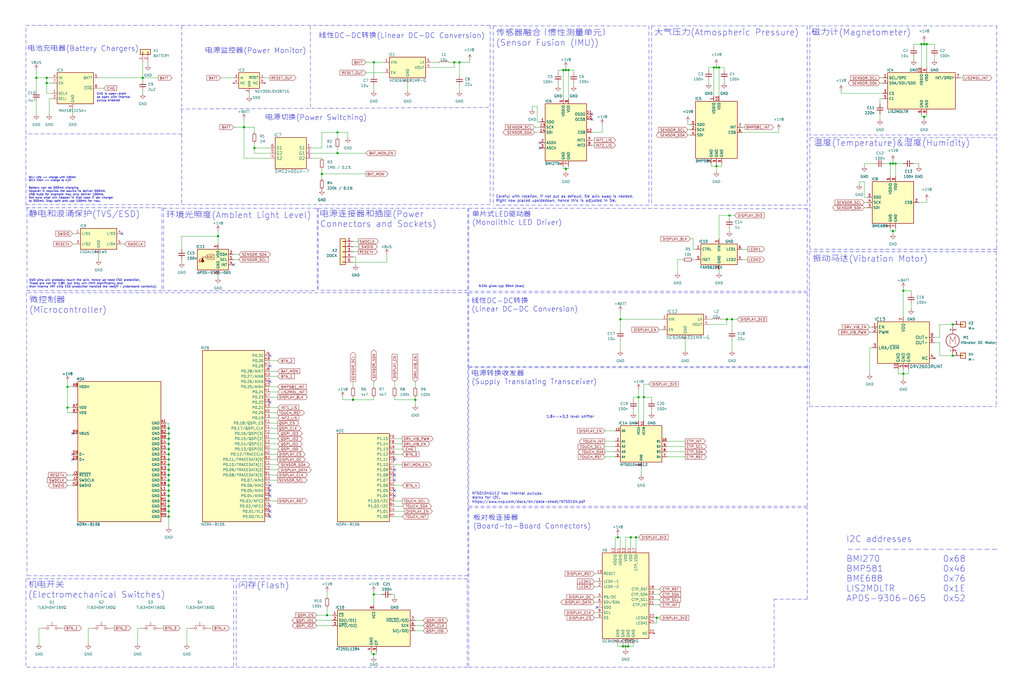
<source format=kicad_sch>
(kicad_sch (version 20231120) (generator "eeschema") (generator_version "8.0")
  (paper "User" 500.99 340.004)
  (title_block (title "KLT-Watch ") (date "2023-10-29") (rev "1") (company "klt"))
  (junction (at 441.96 182.88))
  (junction (at 224.79 30.48))
  (junction (at 33.02 199.39))
  (junction (at 311.15 262.89))
  (junction (at 82.55 247.65))
  (junction (at 466.09 173.99))
  (junction (at 438.15 80.01))
  (junction (at 82.55 222.25))
  (junction (at 349.25 33.02))
  (junction (at 450.85 21.59))
  (junction (at 82.55 224.79))
  (junction (at 435.61 80.01))
  (junction (at 350.52 81.28))
  (junction (at 82.55 250.19))
  (junction (at 82.55 227.33))
  (junction (at 321.31 302.26))
  (junction (at 82.55 232.41))
  (junction (at 182.88 320.04))
  (junction (at 160.02 300.99))
  (junction (at 82.55 245.11))
  (junction (at 82.55 234.95))
  (junction (at 302.26 262.89))
  (junction (at 172.72 195.58))
  (junction (at 276.86 34.29))
  (junction (at 82.55 252.73))
  (junction (at 203.2 195.58))
  (junction (at 314.96 194.31))
  (junction (at 17.78 38.1))
  (junction (at 119.38 62.23))
  (junction (at 82.55 242.57))
  (junction (at 82.55 240.03))
  (junction (at 307.34 316.23))
  (junction (at 441.96 142.24))
  (junction (at 308.61 262.89))
  (junction (at 312.42 194.31))
  (junction (at 436.88 113.03))
  (junction (at 351.79 33.02))
  (junction (at 82.55 229.87))
  (junction (at 33.02 189.23))
  (junction (at 452.12 21.59))
  (junction (at 350.52 33.02))
  (junction (at 356.87 105.41))
  (junction (at 306.07 316.23))
  (junction (at 466.09 158.75))
  (junction (at 82.55 212.09))
  (junction (at 165.1 64.77))
  (junction (at 182.88 30.48))
  (junction (at 124.46 72.39))
  (junction (at 22.86 40.64))
  (junction (at 303.53 156.21))
  (junction (at 106.68 115.57))
  (junction (at 69.85 38.1))
  (junction (at 304.8 316.23))
  (junction (at 358.14 156.21))
  (junction (at 453.39 21.59))
  (junction (at 82.55 214.63))
  (junction (at 165.1 74.93))
  (junction (at 82.55 209.55))
  (junction (at 82.55 217.17))
  (junction (at 452.12 57.15))
  (junction (at 278.13 34.29))
  (junction (at 82.55 219.71))
  (junction (at 222.25 30.48))
  (junction (at 182.88 290.83))
  (junction (at 22.86 38.1))
  (junction (at 355.6 156.21))
  (junction (at 275.59 34.29))
  (junction (at 82.55 237.49))
  (junction (at 157.48 85.09))
  (junction (at 436.88 80.01))
  (junction (at 276.86 82.55))
  (no_connect (at 132.08 240.03))
  (no_connect (at 193.04 234.95))
  (no_connect (at 193.04 240.03))
  (no_connect (at 132.08 242.57))
  (no_connect (at 35.56 212.09))
  (no_connect (at 193.04 232.41))
  (no_connect (at 132.08 196.85))
  (no_connect (at 132.08 237.49))
  (no_connect (at 132.08 247.65))
  (no_connect (at 132.08 186.69))
  (no_connect (at 193.04 229.87))
  (no_connect (at 132.08 173.99))
  (no_connect (at 264.16 72.39))
  (no_connect (at 264.16 69.85))
  (no_connect (at 193.04 242.57))
  (no_connect (at 35.56 222.25))
  (no_connect (at 35.56 224.79))
  (no_connect (at 59.69 114.3))
  (no_connect (at 114.3 129.54))
  (no_connect (at 132.08 250.19))
  (no_connect (at 289.56 58.42))
  (no_connect (at 289.56 55.88))
  (no_connect (at 292.1 297.18))
  (no_connect (at 132.08 252.73))
  (no_connect (at 193.04 224.79))
  (no_connect (at 132.08 179.07))
  (polyline (pts (xy 153.924 142.24) (xy 80.01 142.24)) (stroke (width 0) (type dash_dot)))
  (wire (pts (xy 439.42 180.34) (xy 439.42 182.88)))
  (wire (pts (xy 24.13 48.26) (xy 24.13 55.88)))
  (wire (pts (xy 278.13 82.55) (xy 276.86 82.55)))
  (polyline (pts (xy 79.248 101.6) (xy 79.248 142.24)) (stroke (width 0) (type dash_dot)))
  (polyline (pts (xy 228.854 143.256) (xy 228.854 281.94)) (stroke (width 0) (type dash_dot)))
  (polyline (pts (xy 228.854 141.986) (xy 156.21 141.986)) (stroke (width 0) (type dash_dot)))
  (wire (pts (xy 43.18 307.34) (xy 43.18 314.96)))
  (wire (pts (xy 346.71 39.37) (xy 346.71 40.64)))
  (polyline (pts (xy 487.68 66.04) (xy 396.24 66.04)) (stroke (width 0) (type dash_dot)))
  (wire (pts (xy 224.79 30.48) (xy 224.79 36.83)))
  (wire (pts (xy 290.83 284.48) (xy 292.1 284.48)))
  (wire (pts (xy 33.02 201.93) (xy 33.02 199.39)))
  (wire (pts (xy 35.56 53.34) (xy 35.56 55.88)))
  (wire (pts (xy 132.08 222.25) (xy 135.89 222.25)))
  (polyline (pts (xy 12.7 100.33) (xy 12.7 12.7)) (stroke (width 0) (type dash_dot)))
  (wire (pts (xy 106.68 134.62) (xy 106.68 135.89)))
  (wire (pts (xy 43.18 307.34) (xy 44.45 307.34)))
  (wire (pts (xy 436.88 80.01) (xy 438.15 80.01)))
  (wire (pts (xy 114.3 124.46) (xy 116.84 124.46)))
  (wire (pts (xy 356.87 105.41) (xy 351.79 105.41)))
  (wire (pts (xy 304.8 316.23) (xy 304.8 314.96)))
  (wire (pts (xy 457.2 165.1) (xy 459.74 165.1)))
  (wire (pts (xy 152.4 74.93) (xy 165.1 74.93)))
  (wire (pts (xy 306.07 316.23) (xy 307.34 316.23)))
  (wire (pts (xy 82.55 209.55) (xy 81.28 209.55)))
  (wire (pts (xy 22.86 45.72) (xy 22.86 40.64)))
  (wire (pts (xy 214.63 30.48) (xy 210.82 30.48)))
  (wire (pts (xy 466.09 173.99) (xy 459.74 173.99)))
  (wire (pts (xy 173.99 125.73) (xy 173.99 129.54)))
  (polyline (pts (xy 228.854 101.854) (xy 228.854 141.986)) (stroke (width 0) (type dash_dot)))
  (wire (pts (xy 295.91 218.44) (xy 300.99 218.44)))
  (wire (pts (xy 199.39 40.64) (xy 199.39 44.45)))
  (wire (pts (xy 82.55 240.03) (xy 81.28 240.03)))
  (wire (pts (xy 182.88 320.04) (xy 184.15 320.04)))
  (wire (pts (xy 381 64.77) (xy 363.22 64.77)))
  (polyline (pts (xy 229.362 101.854) (xy 394.97 102.108)) (stroke (width 0) (type dash_dot)))
  (wire (pts (xy 119.38 58.42) (xy 119.38 62.23)))
  (wire (pts (xy 452.12 57.15) (xy 450.85 57.15)))
  (wire (pts (xy 182.88 290.83) (xy 186.69 290.83)))
  (wire (pts (xy 157.48 64.77) (xy 165.1 64.77)))
  (wire (pts (xy 82.55 217.17) (xy 82.55 219.71)))
  (wire (pts (xy 358.14 156.21) (xy 358.14 161.29)))
  (wire (pts (xy 358.14 156.21) (xy 360.68 156.21)))
  (wire (pts (xy 157.48 85.09) (xy 179.07 85.09)))
  (wire (pts (xy 326.39 223.52) (xy 335.28 223.52)))
  (wire (pts (xy 193.04 194.31) (xy 193.04 195.58)))
  (wire (pts (xy 193.04 290.83) (xy 193.04 292.1)))
  (wire (pts (xy 33.02 232.41) (xy 35.56 232.41)))
  (wire (pts (xy 290.83 294.64) (xy 292.1 294.64)))
  (wire (pts (xy 82.55 234.95) (xy 81.28 234.95)))
  (wire (pts (xy 91.44 307.34) (xy 91.44 314.96)))
  (wire (pts (xy 17.78 49.53) (xy 17.78 55.88)))
  (wire (pts (xy 438.15 113.03) (xy 436.88 113.03)))
  (wire (pts (xy 82.55 237.49) (xy 81.28 237.49)))
  (wire (pts (xy 308.61 262.89) (xy 311.15 262.89)))
  (wire (pts (xy 82.55 245.11) (xy 82.55 247.65)))
  (wire (pts (xy 189.23 124.46) (xy 189.23 128.27)))
  (wire (pts (xy 114.3 38.1) (xy 107.95 38.1)))
  (wire (pts (xy 132.08 191.77) (xy 135.89 191.77)))
  (polyline (pts (xy 378.714 326.39) (xy 378.714 293.116)) (stroke (width 0) (type dash_dot)))
  (wire (pts (xy 179.07 35.56) (xy 187.96 35.56)))
  (wire (pts (xy 355.6 156.21) (xy 358.14 156.21)))
  (wire (pts (xy 132.08 234.95) (xy 135.89 234.95)))
  (wire (pts (xy 353.06 156.21) (xy 355.6 156.21)))
  (polyline (pts (xy 317.5 100.33) (xy 241.3 100.33)) (stroke (width 0) (type dash_dot)))
  (wire (pts (xy 17.78 38.1) (xy 22.86 38.1)))
  (wire (pts (xy 278.13 34.29) (xy 280.67 34.29)))
  (wire (pts (xy 54.61 307.34) (xy 55.88 307.34)))
  (wire (pts (xy 312.42 194.31) (xy 312.42 205.74)))
  (wire (pts (xy 165.1 72.39) (xy 165.1 74.93)))
  (wire (pts (xy 132.08 176.53) (xy 135.89 176.53)))
  (wire (pts (xy 182.88 290.83) (xy 182.88 295.91)))
  (wire (pts (xy 24.13 48.26) (xy 25.4 48.26)))
  (wire (pts (xy 203.2 186.69) (xy 203.2 189.23)))
  (wire (pts (xy 88.9 115.57) (xy 88.9 121.92)))
  (wire (pts (xy 350.52 31.75) (xy 350.52 33.02)))
  (polyline (pts (xy 228.6 326.39) (xy 115.57 326.39)) (stroke (width 0) (type dash_dot)))
  (polyline (pts (xy 114.3 283.21) (xy 12.7 283.21)) (stroke (width 0) (type dash_dot)))
  (wire (pts (xy 426.72 170.18) (xy 425.45 170.18)))
  (wire (pts (xy 82.55 229.87) (xy 82.55 232.41)))
  (wire (pts (xy 337.82 60.96) (xy 336.55 60.96)))
  (wire (pts (xy 119.38 62.23) (xy 124.46 62.23)))
  (wire (pts (xy 30.48 307.34) (xy 31.75 307.34)))
  (wire (pts (xy 436.88 78.74) (xy 436.88 80.01)))
  (wire (pts (xy 351.79 105.41) (xy 351.79 116.84)))
  (wire (pts (xy 459.74 165.1) (xy 459.74 158.75)))
  (wire (pts (xy 172.72 186.69) (xy 172.72 189.23)))
  (wire (pts (xy 303.53 166.37) (xy 303.53 171.45)))
  (wire (pts (xy 430.53 40.64) (xy 431.8 40.64)))
  (wire (pts (xy 78.74 307.34) (xy 80.01 307.34)))
  (wire (pts (xy 452.12 58.42) (xy 452.12 57.15)))
  (polyline (pts (xy 228.854 281.686) (xy 12.954 281.686)) (stroke (width 0) (type dash_dot)))
  (polyline (pts (xy 318.77 12.7) (xy 318.77 100.33)) (stroke (width 0) (type dash_dot)))
  (wire (pts (xy 326.39 218.44) (xy 335.28 218.44)))
  (wire (pts (xy 450.85 21.59) (xy 452.12 21.59)))
  (wire (pts (xy 193.04 195.58) (xy 203.2 195.58)))
  (wire (pts (xy 346.71 33.02) (xy 346.71 34.29)))
  (wire (pts (xy 311.15 262.89) (xy 312.42 262.89)))
  (wire (pts (xy 453.39 21.59) (xy 457.2 21.59)))
  (polyline (pts (xy 396.24 67.31) (xy 396.24 121.92)) (stroke (width 0) (type dash_dot)))
  (wire (pts (xy 278.13 34.29) (xy 278.13 48.26)))
  (wire (pts (xy 82.55 209.55) (xy 82.55 212.09)))
  (wire (pts (xy 334.01 127) (xy 331.47 127)))
  (polyline (pts (xy 317.5 12.7) (xy 317.5 100.33)) (stroke (width 0) (type dash_dot)))
  (wire (pts (xy 160.02 289.56) (xy 160.02 292.1)))
  (wire (pts (xy 466.09 158.75) (xy 466.09 160.02)))
  (wire (pts (xy 82.55 234.95) (xy 82.55 237.49)))
  (wire (pts (xy 346.71 156.21) (xy 347.98 156.21)))
  (wire (pts (xy 82.55 212.09) (xy 81.28 212.09)))
  (wire (pts (xy 191.77 290.83) (xy 193.04 290.83)))
  (wire (pts (xy 82.55 207.01) (xy 81.28 207.01)))
  (wire (pts (xy 275.59 34.29) (xy 276.86 34.29)))
  (polyline (pts (xy 228.854 143.256) (xy 12.954 143.256)) (stroke (width 0) (type dash_dot)))
  (wire (pts (xy 179.07 30.48) (xy 182.88 30.48)))
  (polyline (pts (xy 241.3 12.7) (xy 317.5 12.7)) (stroke (width 0) (type dash_dot)))
  (wire (pts (xy 295.91 220.98) (xy 300.99 220.98)))
  (polyline (pts (xy 394.97 100.33) (xy 318.77 100.33)) (stroke (width 0) (type dash_dot)))
  (wire (pts (xy 82.55 219.71) (xy 81.28 219.71)))
  (wire (pts (xy 280.67 40.64) (xy 280.67 41.91)))
  (polyline (pts (xy 229.362 248.412) (xy 394.97 248.412)) (stroke (width 0) (type dash_dot)))
  (wire (pts (xy 82.55 227.33) (xy 82.55 229.87)))
  (wire (pts (xy 307.34 316.23) (xy 307.34 314.96)))
  (wire (pts (xy 82.55 237.49) (xy 82.55 240.03)))
  (wire (pts (xy 441.96 142.24) (xy 441.96 154.94)))
  (wire (pts (xy 336.55 63.5) (xy 337.82 63.5)))
  (wire (pts (xy 303.53 262.89) (xy 303.53 267.97)))
  (wire (pts (xy 318.77 195.58) (xy 318.77 194.31)))
  (wire (pts (xy 359.41 105.41) (xy 356.87 105.41)))
  (wire (pts (xy 203.2 195.58) (xy 203.2 198.12)))
  (wire (pts (xy 449.58 99.06) (xy 453.39 99.06)))
  (wire (pts (xy 294.64 64.77) (xy 294.64 60.96)))
  (polyline (pts (xy 394.97 101.854) (xy 394.97 142.494)) (stroke (width 0) (type dash_dot)))
  (wire (pts (xy 318.77 200.66) (xy 318.77 201.93)))
  (wire (pts (xy 353.06 80.01) (xy 353.06 81.28)))
  (wire (pts (xy 157.48 82.55) (xy 157.48 85.09)))
  (polyline (pts (xy 229.362 101.854) (xy 229.362 142.494)) (stroke (width 0) (type dash_dot)))
  (wire (pts (xy 124.46 72.39) (xy 124.46 74.93)))
  (polyline (pts (xy 13.208 142.24) (xy 13.97 142.24)) (stroke (width 0) (type dash_dot)))
  (wire (pts (xy 33.02 199.39) (xy 35.56 199.39)))
  (wire (pts (xy 349.25 33.02) (xy 349.25 46.99)))
  (polyline (pts (xy 378.714 293.116) (xy 394.97 293.116)) (stroke (width 0) (type dash_dot)))
  (polyline (pts (xy 229.362 248.412) (xy 229.362 326.39)) (stroke (width 0) (type dash_dot)))
  (wire (pts (xy 124.46 72.39) (xy 132.08 72.39)))
  (polyline (pts (xy 394.97 142.494) (xy 229.362 142.494)) (stroke (width 0) (type dash_dot)))
  (wire (pts (xy 354.33 33.02) (xy 351.79 33.02)))
  (wire (pts (xy 447.04 21.59) (xy 450.85 21.59)))
  (wire (pts (xy 261.62 62.23) (xy 264.16 62.23)))
  (wire (pts (xy 278.13 81.28) (xy 278.13 82.55)))
  (wire (pts (xy 453.39 21.59) (xy 453.39 33.02)))
  (wire (pts (xy 346.71 158.75) (xy 355.6 158.75)))
  (wire (pts (xy 441.96 182.88) (xy 441.96 185.42)))
  (wire (pts (xy 172.72 125.73) (xy 173.99 125.73)))
  (polyline (pts (xy 487.68 123.19) (xy 396.24 123.19)) (stroke (width 0) (type dash_dot)))
  (polyline (pts (xy 395.986 123.19) (xy 395.986 198.882)) (stroke (width 0) (type dash_dot)))
  (polyline (pts (xy 239.776 100.076) (xy 12.7 100.076)) (stroke (width 0) (type dash_dot)))
  (wire (pts (xy 203.2 303.53) (xy 207.01 303.53)))
  (wire (pts (xy 92.71 307.34) (xy 91.44 307.34)))
  (wire (pts (xy 193.04 222.25) (xy 196.85 222.25)))
  (wire (pts (xy 363.22 62.23) (xy 364.49 62.23)))
  (wire (pts (xy 193.04 250.19) (xy 198.12 250.19)))
  (wire (pts (xy 302.26 261.62) (xy 302.26 262.89)))
  (wire (pts (xy 350.52 80.01) (xy 350.52 81.28)))
  (wire (pts (xy 424.18 101.6) (xy 422.91 101.6)))
  (wire (pts (xy 154.94 303.53) (xy 162.56 303.53)))
  (wire (pts (xy 326.39 220.98) (xy 335.28 220.98)))
  (wire (pts (xy 181.61 318.77) (xy 181.61 320.04)))
  (wire (pts (xy 340.36 127) (xy 339.09 127)))
  (wire (pts (xy 422.91 88.9) (xy 422.91 96.52)))
  (wire (pts (xy 349.25 33.02) (xy 346.71 33.02)))
  (wire (pts (xy 60.96 119.38) (xy 59.69 119.38)))
  (wire (pts (xy 88.9 127) (xy 88.9 128.27)))
  (wire (pts (xy 452.12 21.59) (xy 453.39 21.59)))
  (wire (pts (xy 335.28 166.37) (xy 335.28 171.45)))
  (wire (pts (xy 422.91 80.01) (xy 422.91 81.28)))
  (wire (pts (xy 175.26 120.65) (xy 172.72 120.65)))
  (wire (pts (xy 193.04 214.63) (xy 196.85 214.63)))
  (wire (pts (xy 82.55 217.17) (xy 81.28 217.17)))
  (wire (pts (xy 170.18 64.77) (xy 165.1 64.77)))
  (wire (pts (xy 22.86 45.72) (xy 25.4 45.72)))
  (wire (pts (xy 422.91 99.06) (xy 424.18 99.06)))
  (wire (pts (xy 82.55 250.19) (xy 82.55 252.73)))
  (wire (pts (xy 450.85 21.59) (xy 450.85 33.02)))
  (wire (pts (xy 351.79 33.02) (xy 351.79 46.99)))
  (wire (pts (xy 260.35 52.07) (xy 260.35 53.34)))
  (wire (pts (xy 337.82 66.04) (xy 336.55 66.04)))
  (polyline (pts (xy 487.68 12.7) (xy 487.68 66.04)) (stroke (width 0) (type dash_dot)))
  (wire (pts (xy 229.87 30.48) (xy 229.87 29.21)))
  (polyline (pts (xy 228.6 283.21) (xy 115.57 283.21)) (stroke (width 0) (type dash_dot)))
  (wire (pts (xy 320.04 293.37) (xy 322.58 293.37)))
  (wire (pts (xy 22.86 38.1) (xy 22.86 40.64)))
  (wire (pts (xy 193.04 247.65) (xy 196.85 247.65)))
  (wire (pts (xy 351.79 132.08) (xy 351.79 133.35)))
  (wire (pts (xy 261.62 64.77) (xy 264.16 64.77)))
  (wire (pts (xy 121.92 45.72) (xy 121.92 46.99)))
  (polyline (pts (xy 229.362 179.832) (xy 229.362 247.65)) (stroke (width 0) (type dash_dot)))
  (wire (pts (xy 132.08 232.41) (xy 135.89 232.41)))
  (wire (pts (xy 69.85 39.37) (xy 69.85 38.1)))
  (polyline (pts (xy 13.208 101.6) (xy 13.208 142.24)) (stroke (width 0) (type dash_dot)))
  (wire (pts (xy 210.82 33.02) (xy 222.25 33.02)))
  (polyline (pts (xy 318.77 12.7) (xy 394.97 12.7)) (stroke (width 0) (type dash_dot)))
  (wire (pts (xy 82.55 224.79) (xy 81.28 224.79)))
  (polyline (pts (xy 394.97 247.65) (xy 394.97 179.832)) (stroke (width 0) (type dash_dot)))
  (wire (pts (xy 132.08 224.79) (xy 135.89 224.79)))
  (wire (pts (xy 445.77 142.24) (xy 445.77 143.51)))
  (polyline (pts (xy 155.702 101.854) (xy 228.092 101.854)) (stroke (width 0) (type dash_dot)))
  (wire (pts (xy 447.04 22.86) (xy 447.04 21.59)))
  (wire (pts (xy 172.72 194.31) (xy 172.72 195.58)))
  (wire (pts (xy 119.38 77.47) (xy 132.08 77.47)))
  (wire (pts (xy 435.61 113.03) (xy 436.88 113.03)))
  (wire (pts (xy 280.67 34.29) (xy 280.67 35.56)))
  (wire (pts (xy 175.26 123.19) (xy 172.72 123.19)))
  (wire (pts (xy 132.08 227.33) (xy 135.89 227.33)))
  (wire (pts (xy 193.04 217.17) (xy 196.85 217.17)))
  (polyline (pts (xy 88.9 65.532) (xy 88.9 100.076)) (stroke (width 0) (type dash_dot)))
  (wire (pts (xy 82.55 227.33) (xy 81.28 227.33)))
  (polyline (pts (xy 487.68 121.92) (xy 396.24 121.92)) (stroke (width 0) (type dash_dot)))
  (polyline (pts (xy 114.3 326.39) (xy 12.7 326.39)) (stroke (width 0) (type dash_dot)))
  (wire (pts (xy 33.02 237.49) (xy 35.56 237.49)))
  (polyline (pts (xy 487.68 67.31) (xy 487.68 121.92)) (stroke (width 0) (type dash_dot)))
  (wire (pts (xy 106.68 115.57) (xy 106.68 119.38)))
  (wire (pts (xy 82.55 219.71) (xy 82.55 222.25)))
  (wire (pts (xy 314.96 194.31) (xy 314.96 205.74)))
  (wire (pts (xy 124.46 74.93) (xy 132.08 74.93)))
  (wire (pts (xy 350.52 81.28) (xy 347.98 81.28)))
  (wire (pts (xy 132.08 217.17) (xy 135.89 217.17)))
  (polyline (pts (xy 155.702 141.732) (xy 155.702 101.854)) (stroke (width 0) (type dash_dot)))
  (polyline (pts (xy 229.362 247.65) (xy 394.97 247.65)) (stroke (width 0) (type dash_dot)))
  (wire (pts (xy 313.69 228.6) (xy 313.69 232.41)))
  (wire (pts (xy 262.89 59.69) (xy 262.89 52.07)))
  (wire (pts (xy 264.16 59.69) (xy 262.89 59.69)))
  (wire (pts (xy 132.08 219.71) (xy 135.89 219.71)))
  (wire (pts (xy 452.12 20.32) (xy 452.12 21.59)))
  (wire (pts (xy 317.5 187.96) (xy 314.96 187.96)))
  (wire (pts (xy 33.02 199.39) (xy 33.02 189.23)))
  (wire (pts (xy 154.94 306.07) (xy 162.56 306.07)))
  (polyline (pts (xy 88.9 12.7) (xy 88.9 65.532)) (stroke (width 0) (type dash_dot)))
  (wire (pts (xy 114.3 62.23) (xy 119.38 62.23)))
  (wire (pts (xy 262.89 52.07) (xy 260.35 52.07)))
  (wire (pts (xy 452.12 57.15) (xy 453.39 57.15)))
  (wire (pts (xy 290.83 292.1) (xy 292.1 292.1)))
  (wire (pts (xy 182.88 195.58) (xy 172.72 195.58)))
  (wire (pts (xy 152.4 77.47) (xy 157.48 77.47)))
  (wire (pts (xy 290.83 68.58) (xy 289.56 68.58)))
  (wire (pts (xy 82.55 252.73) (xy 82.55 257.81)))
  (wire (pts (xy 132.08 229.87) (xy 135.89 229.87)))
  (wire (pts (xy 436.88 113.03) (xy 436.88 114.3)))
  (wire (pts (xy 132.08 199.39) (xy 135.89 199.39)))
  (wire (pts (xy 290.83 299.72) (xy 292.1 299.72)))
  (wire (pts (xy 411.48 44.45) (xy 411.48 45.72)))
  (wire (pts (xy 35.56 201.93) (xy 33.02 201.93)))
  (wire (pts (xy 289.56 71.12) (xy 290.83 71.12)))
  (polyline (pts (xy 12.954 143.256) (xy 13.208 281.686)) (stroke (width 0) (type dash_dot)))
  (wire (pts (xy 295.91 223.52) (xy 300.99 223.52)))
  (polyline (pts (xy 394.97 143.256) (xy 229.362 143.256)) (stroke (width 0) (type dash_dot)))
  (wire (pts (xy 193.04 252.73) (xy 196.85 252.73)))
  (wire (pts (xy 339.09 121.92) (xy 339.09 116.84)))
  (polyline (pts (xy 12.7 101.6) (xy 78.74 101.6)) (stroke (width 0) (type dash_dot)))
  (wire (pts (xy 193.04 237.49) (xy 196.85 237.49)))
  (wire (pts (xy 182.88 320.04) (xy 182.88 321.31)))
  (wire (pts (xy 20.32 307.34) (xy 19.05 307.34)))
  (polyline (pts (xy 396.24 12.7) (xy 396.24 66.04)) (stroke (width 0) (type dash_dot)))
  (wire (pts (xy 172.72 195.58) (xy 167.64 195.58)))
  (wire (pts (xy 82.55 212.09) (xy 82.55 214.63)))
  (wire (pts (xy 447.04 27.94) (xy 447.04 29.21)))
  (wire (pts (xy 420.37 88.9) (xy 422.91 88.9)))
  (wire (pts (xy 132.08 189.23) (xy 135.89 189.23)))
  (wire (pts (xy 303.53 262.89) (xy 302.26 262.89)))
  (wire (pts (xy 306.07 267.97) (xy 306.07 262.89)))
  (wire (pts (xy 33.02 186.69) (xy 33.02 189.23)))
  (wire (pts (xy 436.88 80.01) (xy 435.61 80.01)))
  (wire (pts (xy 425.45 170.18) (xy 425.45 182.88)))
  (wire (pts (xy 314.96 187.96) (xy 314.96 194.31)))
  (wire (pts (xy 340.36 121.92) (xy 339.09 121.92)))
  (wire (pts (xy 132.08 207.01) (xy 135.89 207.01)))
  (wire (pts (xy 193.04 227.33) (xy 196.85 227.33)))
  (wire (pts (xy 82.55 245.11) (xy 81.28 245.11)))
  (wire (pts (xy 321.31 302.26) (xy 322.58 302.26)))
  (wire (pts (xy 459.74 167.64) (xy 459.74 173.99)))
  (polyline (pts (xy 394.97 179.324) (xy 229.362 179.324)) (stroke (width 0) (type dash_dot)))
  (wire (pts (xy 170.18 67.31) (xy 170.18 64.77)))
  (wire (pts (xy 290.83 280.67) (xy 292.1 280.67)))
  (wire (pts (xy 102.87 307.34) (xy 104.14 307.34)))
  (wire (pts (xy 82.55 247.65) (xy 81.28 247.65)))
  (wire (pts (xy 203.2 306.07) (xy 207.01 306.07)))
  (wire (pts (xy 326.39 215.9) (xy 335.28 215.9)))
  (wire (pts (xy 318.77 194.31) (xy 314.96 194.31)))
  (wire (pts (xy 69.85 38.1) (xy 69.85 30.48)))
  (wire (pts (xy 356.87 111.76) (xy 356.87 113.03)))
  (polyline (pts (xy 228.6 283.21) (xy 228.6 326.39)) (stroke (width 0) (type dash_dot)))
  (wire (pts (xy 302.26 314.96) (xy 302.26 316.23)))
  (wire (pts (xy 181.61 320.04) (xy 182.88 320.04)))
  (wire (pts (xy 306.07 316.23) (xy 306.07 317.5)))
  (wire (pts (xy 22.86 38.1) (xy 25.4 38.1)))
  (wire (pts (xy 444.5 180.34) (xy 444.5 182.88)))
  (wire (pts (xy 182.88 194.31) (xy 182.88 195.58)))
  (wire (pts (xy 303.53 156.21) (xy 303.53 161.29)))
  (polyline (pts (xy 394.97 143.256) (xy 394.97 179.832)) (stroke (width 0) (type dash_dot)))
  (polyline (pts (xy 487.426 123.19) (xy 487.426 198.882)) (stroke (width 0) (type dash_dot)))
  (wire (pts (xy 182.88 30.48) (xy 187.96 30.48)))
  (wire (pts (xy 309.88 194.31) (xy 312.42 194.31)))
  (wire (pts (xy 331.47 127) (xy 331.47 133.35)))
  (wire (pts (xy 320.04 288.29) (xy 322.58 288.29)))
  (wire (pts (xy 77.47 38.1) (xy 69.85 38.1)))
  (wire (pts (xy 203.2 194.31) (xy 203.2 195.58)))
  (wire (pts (xy 289.56 64.77) (xy 294.64 64.77)))
  (wire (pts (xy 88.9 115.57) (xy 106.68 115.57)))
  (wire (pts (xy 336.55 60.96) (xy 336.55 59.69)))
  (wire (pts (xy 363.22 127) (xy 365.76 127)))
  (wire (pts (xy 304.8 316.23) (xy 306.07 316.23)))
  (wire (pts (xy 444.5 182.88) (xy 441.96 182.88)))
  (wire (pts (xy 182.88 290.83) (xy 182.88 289.56)))
  (wire (pts (xy 431.8 45.72) (xy 411.48 45.72)))
  (polyline (pts (xy 88.9 65.532) (xy 12.7 65.532)) (stroke (width 0) (type dash_dot)))
  (wire (pts (xy 224.79 41.91) (xy 224.79 44.45)))
  (wire (pts (xy 82.55 207.01) (xy 82.55 209.55)))
  (wire (pts (xy 129.54 38.1) (xy 132.08 38.1)))
  (polyline (pts (xy 12.7 12.446) (xy 239.776 12.446)) (stroke (width 0) (type dash_dot)))
  (wire (pts (xy 309.88 316.23) (xy 309.88 314.96)))
  (wire (pts (xy 72.39 30.48) (xy 72.39 31.75)))
  (wire (pts (xy 295.91 215.9) (xy 300.99 215.9)))
  (wire (pts (xy 308.61 262.89) (xy 308.61 267.97)))
  (wire (pts (xy 350.52 81.28) (xy 350.52 83.82)))
  (wire (pts (xy 441.96 180.34) (xy 441.96 182.88)))
  (wire (pts (xy 82.55 214.63) (xy 81.28 214.63)))
  (wire (pts (xy 132.08 194.31) (xy 135.89 194.31)))
  (wire (pts (xy 157.48 85.09) (xy 157.48 87.63)))
  (wire (pts (xy 167.64 195.58) (xy 167.64 194.31)))
  (wire (pts (xy 182.88 30.48) (xy 182.88 36.83)))
  (wire (pts (xy 453.39 57.15) (xy 453.39 55.88)))
  (wire (pts (xy 17.78 38.1) (xy 17.78 44.45)))
  (wire (pts (xy 320.04 304.8) (xy 321.31 304.8)))
  (wire (pts (xy 355.6 158.75) (xy 355.6 156.21)))
  (wire (pts (xy 132.08 184.15) (xy 135.89 184.15)))
  (wire (pts (xy 160.02 297.18) (xy 160.02 300.99)))
  (polyline (pts (xy 155.194 101.854) (xy 155.194 142.24)) (stroke (width 0) (type dash_dot)))
  (wire (pts (xy 349.25 33.02) (xy 350.52 33.02)))
  (polyline (pts (xy 394.97 12.7) (xy 394.97 100.33)) (stroke (width 0) (type dash_dot)))
  (polyline (pts (xy 396.24 67.31) (xy 487.68 67.31)) (stroke (width 0) (type dash_dot)))
  (wire (pts (xy 427.99 80.01) (xy 422.91 80.01)))
  (wire (pts (xy 36.83 119.38) (xy 35.56 119.38)))
  (wire (pts (xy 273.05 34.29) (xy 273.05 35.56)))
  (polyline (pts (xy 395.986 198.882) (xy 487.426 198.882)) (stroke (width 0) (type dash_dot)))
  (wire (pts (xy 82.55 222.25) (xy 82.55 224.79)))
  (wire (pts (xy 182.88 186.69) (xy 182.88 189.23)))
  (wire (pts (xy 320.04 302.26) (xy 321.31 302.26)))
  (wire (pts (xy 276.86 34.29) (xy 278.13 34.29)))
  (wire (pts (xy 441.96 142.24) (xy 445.77 142.24)))
  (polyline (pts (xy 241.3 12.7) (xy 241.3 100.33)) (stroke (width 0) (type dash_dot)))
  (wire (pts (xy 433.07 80.01) (xy 435.61 80.01)))
  (wire (pts (xy 50.8 43.18) (xy 48.26 43.18)))
  (wire (pts (xy 430.53 50.8) (xy 430.53 48.26)))
  (wire (pts (xy 302.26 262.89) (xy 300.99 262.89)))
  (wire (pts (xy 152.4 72.39) (xy 157.48 72.39)))
  (wire (pts (xy 356.87 105.41) (xy 356.87 106.68)))
  (wire (pts (xy 67.31 307.34) (xy 68.58 307.34)))
  (polyline (pts (xy 115.57 283.21) (xy 115.57 326.39)) (stroke (width 0) (type dash_dot)))
  (polyline (pts (xy 396.24 12.7) (xy 487.68 12.7)) (stroke (width 0) (type dash_dot)))
  (polyline (pts (xy 80.01 101.6) (xy 80.01 142.24)) (stroke (width 0) (type dash_dot)))
  (wire (pts (xy 320.04 295.91) (xy 322.58 295.91)))
  (wire (pts (xy 48.26 38.1) (xy 69.85 38.1)))
  (wire (pts (xy 300.99 262.89) (xy 300.99 267.97)))
  (wire (pts (xy 466.09 172.72) (xy 466.09 173.99)))
  (wire (pts (xy 459.74 158.75) (xy 466.09 158.75)))
  (wire (pts (xy 354.33 39.37) (xy 354.33 40.64)))
  (wire (pts (xy 114.3 127) (xy 116.84 127)))
  (wire (pts (xy 172.72 128.27) (xy 189.23 128.27)))
  (polyline (pts (xy 229.362 143.256) (xy 229.362 179.324)) (stroke (width 0) (type dash_dot)))
  (wire (pts (xy 312.42 190.5) (xy 312.42 194.31)))
  (wire (pts (xy 435.61 80.01) (xy 435.61 86.36)))
  (wire (pts (xy 33.02 189.23) (xy 35.56 189.23)))
  (wire (pts (xy 450.85 55.88) (xy 450.85 57.15)))
  (wire (pts (xy 302.26 316.23) (xy 304.8 316.23)))
  (wire (pts (xy 182.88 41.91) (xy 182.88 44.45)))
  (wire (pts (xy 354.33 33.02) (xy 354.33 34.29)))
  (wire (pts (xy 165.1 67.31) (xy 165.1 64.77)))
  (wire (pts (xy 438.15 80.01) (xy 441.96 80.01)))
  (wire (pts (xy 381 63.5) (xy 381 64.77)))
  (wire (pts (xy 124.46 62.23) (xy 124.46 64.77)))
  (wire (pts (xy 322.58 161.29) (xy 323.85 161.29)))
  (wire (pts (xy 224.79 30.48) (xy 229.87 30.48)))
  (wire (pts (xy 48.26 124.46) (xy 48.26 127)))
  (wire (pts (xy 358.14 166.37) (xy 358.14 171.45)))
  (wire (pts (xy 273.05 40.64) (xy 273.05 41.91)))
  (wire (pts (xy 276.86 82.55) (xy 276.86 83.82)))
  (wire (pts (xy 35.56 114.3) (xy 36.83 114.3)))
  (wire (pts (xy 175.26 118.11) (xy 172.72 118.11)))
  (wire (pts (xy 82.55 242.57) (xy 81.28 242.57)))
  (wire (pts (xy 295.91 210.82) (xy 300.99 210.82)))
  (polyline (pts (xy 114.3 283.21) (xy 114.3 326.39)) (stroke (width 0) (type dash_dot)))
  (polyline (pts (xy 80.01 101.854) (xy 155.194 101.854)) (stroke (width 0) (type dash_dot)))
  (wire (pts (xy 363.22 121.92) (xy 365.76 121.92)))
  (wire (pts (xy 82.55 250.19) (xy 81.28 250.19)))
  (wire (pts (xy 320.04 290.83) (xy 322.58 290.83)))
  (wire (pts (xy 276.86 33.02) (xy 276.86 34.29)))
  (wire (pts (xy 445.77 148.59) (xy 445.77 151.13)))
  (wire (pts (xy 303.53 156.21) (xy 323.85 156.21)))
  (wire (pts (xy 193.04 245.11) (xy 196.85 245.11)))
  (wire (pts (xy 353.06 81.28) (xy 350.52 81.28)))
  (wire (pts (xy 306.07 262.89) (xy 308.61 262.89)))
  (wire (pts (xy 438.15 80.01) (xy 438.15 86.36)))
  (wire (pts (xy 82.55 224.79) (xy 82.55 227.33)))
  (wire (pts (xy 275.59 82.55) (xy 276.86 82.55)))
  (wire (pts (xy 82.55 232.41) (xy 82.55 234.95)))
  (wire (pts (xy 82.55 229.87) (xy 81.28 229.87)))
  (wire (pts (xy 275.59 34.29) (xy 273.05 34.29)))
  (wire (pts (xy 453.39 99.06) (xy 453.39 97.79)))
  (wire (pts (xy 275.59 48.26) (xy 275.59 34.29)))
  (wire (pts (xy 469.9 38.1) (xy 471.17 38.1)))
  (wire (pts (xy 82.55 214.63) (xy 82.55 217.17)))
  (wire (pts (xy 82.55 222.25) (xy 81.28 222.25)))
  (wire (pts (xy 22.86 40.64) (xy 25.4 40.64)))
  (wire (pts (xy 457.2 21.59) (xy 457.2 22.86)))
  (wire (pts (xy 132.08 181.61) (xy 135.89 181.61)))
  (wire (pts (xy 449.58 81.28) (xy 449.58 80.01)))
  (wire (pts (xy 17.78 34.29) (xy 17.78 38.1)))
  (polyline (pts (xy 12.7 283.21) (xy 12.7 326.39)) (stroke (width 0) (type dash_dot)))
  (polyline (pts (xy 229.362 326.39) (xy 378.714 326.39)) (stroke (width 0) (type dash_dot)))
  (wire (pts (xy 69.85 44.45) (xy 69.85 45.72)))
  (wire (pts (xy 165.1 74.93) (xy 179.07 74.93)))
  (wire (pts (xy 82.55 247.65) (xy 82.55 250.19)))
  (wire (pts (xy 33.02 234.95) (xy 35.56 234.95)))
  (wire (pts (xy 420.37 90.17) (xy 420.37 88.9)))
  (wire (pts (xy 311.15 262.89) (xy 311.15 267.97)))
  (wire (pts (xy 132.08 245.11) (xy 135.89 245.11)))
  (wire (pts (xy 447.04 80.01) (xy 449.58 80.01)))
  (wire (pts (xy 441.96 140.97) (xy 441.96 142.24)))
  (polyline (pts (xy 229.362 179.832) (xy 394.97 179.832)) (stroke (width 0) (type dash_dot)))
  (wire (pts (xy 337.82 116.84) (xy 339.09 116.84)))
  (wire (pts (xy 350.52 33.02) (xy 351.79 33.02)))
  (wire (pts (xy 290.83 302.26) (xy 292.1 302.26)))
  (wire (pts (xy 119.38 62.23) (xy 119.38 77.47)))
  (wire (pts (xy 439.42 182.88) (xy 441.96 182.88)))
  (wire (pts (xy 184.15 318.77) (xy 184.15 320.04)))
  (wire (pts (xy 422.91 96.52) (xy 424.18 96.52)))
  (polyline (pts (xy 79.248 142.24) (xy 13.208 142.24)) (stroke (width 0) (type dash_dot)))
  (wire (pts (xy 435.61 111.76) (xy 435.61 113.03)))
  (wire (pts (xy 132.08 214.63) (xy 135.89 214.63)))
  (wire (pts (xy 425.45 160.02) (xy 426.72 160.02)))
  (wire (pts (xy 438.15 111.76) (xy 438.15 113.03)))
  (wire (pts (xy 457.2 29.21) (xy 457.2 27.94)))
  (wire (pts (xy 132.08 204.47) (xy 135.89 204.47)))
  (polyline (pts (xy 239.776 12.446) (xy 239.776 100.076)) (stroke (width 0) (type dash_dot)))
  (wire (pts (xy 222.25 33.02) (xy 222.25 30.48)))
  (wire (pts (xy 307.34 316.23) (xy 309.88 316.23)))
  (wire (pts (xy 203.2 308.61) (xy 207.01 308.61)))
  (wire (pts (xy 160.02 300.99) (xy 162.56 300.99)))
  (wire (pts (xy 82.55 240.03) (xy 82.55 242.57)))
  (wire (pts (xy 430.53 48.26) (xy 431.8 48.26)))
  (wire (pts (xy 132.08 201.93) (xy 135.89 201.93)))
  (polyline (pts (xy 151.892 12.7) (xy 151.892 53.34)) (stroke (width 0) (type dash_dot)))
  (wire (pts (xy 106.68 113.03) (xy 106.68 115.57)))
  (wire (pts (xy 275.59 81.28) (xy 275.59 82.55)))
  (wire (pts (xy 82.55 242.57) (xy 82.55 245.11)))
  (wire (pts (xy 309.88 195.58) (xy 309.88 194.31)))
  (wire (pts (xy 67.31 307.34) (xy 67.31 314.96)))
  (wire (pts (xy 157.48 64.77) (xy 157.48 72.39)))
  (wire (pts (xy 132.08 209.55) (xy 135.89 209.55)))
  (wire (pts (xy 132.08 212.09) (xy 135.89 212.09)))
  (wire (pts (xy 430.53 38.1) (xy 431.8 38.1)))
  (wire (pts (xy 222.25 30.48) (xy 224.79 30.48)))
  (wire (pts (xy 321.31 304.8) (xy 321.31 302.26)))
  (wire (pts (xy 154.94 300.99) (xy 160.02 300.99)))
  (polyline (pts (xy 394.97 293.116) (xy 394.97 248.412)) (stroke (width 0) (type dash_dot)))
  (polyline (pts (xy 239.014 52.578) (xy 88.138 53.34)) (stroke (width 0) (type dash_dot)))
  (wire (pts (xy 124.46 69.85) (xy 124.46 72.39)))
  (wire (pts (xy 425.45 162.56) (xy 426.72 162.56)))
  (wire (pts (xy 347.98 80.01) (xy 347.98 81.28)))
  (wire (pts (xy 457.2 167.64) (xy 459.74 167.64)))
  (wire (pts (xy 290.83 287.02) (xy 292.1 287.02)))
  (wire (pts (xy 193.04 186.69) (xy 193.04 189.23)))
  (wire (pts (xy 82.55 252.73) (xy 81.28 252.73)))
  (wire (pts (xy 219.71 30.48) (xy 222.25 30.48)))
  (wire (pts (xy 19.05 307.34) (xy 19.05 314.96)))
  (wire (pts (xy 309.88 200.66) (xy 309.88 201.93)))
  (wire (pts (xy 430.53 55.88) (xy 430.53 58.42)))
  (wire (pts (xy 82.55 232.41) (xy 81.28 232.41)))
  (wire (pts (xy 303.53 152.4) (xy 303.53 156.21)))
  (wire (pts (xy 193.04 219.71) (xy 196.85 219.71)))
  (text "单片式LED驱动器\n(Monolithic LED Driver)" (at 230.886 110.49 0) (effects (font (size 2.5 2.5)) (justify left bottom)))
  (text "Battery can do 500mA charging\nhowever it requires the source to deliver 500mA.\nUSB hubs for example may only deliver 100mA.\nNot sure what will happen in that case if set charger\nto 500mA. Stay safe and use 100mA for now." (at 13.97 99.06 0) (effects (font (size 1 1)) (justify left bottom)))
  (text "1.8<->3.3 level shifter" (at 267.208 204.724 0) (effects (font (size 1.27 1.27)) (justify left bottom)))
  (text "温度(Temperature)&湿度(Humidity)" (at 398.018 71.882 0) (effects (font (size 3 3)) (justify left bottom)))
  (text "大气压力(Atmospheric Pressure)" (at 320.04 17.78 0) (effects (font (size 3 3)) (justify left bottom)))
  (text "SELI LOW => charge with 100mA\nSELV HIGH => charge to 4.2V" (at 13.97 88.9 0) (effects (font (size 0.9 0.9)) (justify left bottom)))
  (text "电源监控器(Power Monitor)" (at 100.33 26.416 0) (effects (font (size 2.54 2.54)) (justify left bottom)))
  (text "NTS0104GU12 has internal pullups.\nWorks for I2C.\nhttps://www.nxp.com/docs/en/data-sheet/NTS0104.pdf" (at 230.886 246.38 0) (effects (font (size 1.27 1.27)) (justify left bottom)))
  (text "I2C addresses\n--------------------\nBMI270			0x68\nBMP581			0x46\nBME688			0x76\nLIS2MDLTR		0x1E\nAPDS-9306-065	0x52" (at 414.02 294.64 0) (effects (font (size 3 3)) (justify left bottom)))
  (text "机电开关\n(Electromechanical Switches)" (at 13.716 292.862 0) (effects (font (size 3 3)) (justify left bottom)))
  (text "微控制器\n(Microcontroller)" (at 14.224 149.352 0) (effects (font (size 3 3)) (justify left)))
  (text "电源连接器和插座(Power \nConnectors and Sockets)" (at 156.464 111.506 0) (effects (font (size 3 3)) (justify left bottom)))
  (text "线性DC-DC转换\n(Linear DC-DC Conversion)" (at 230.632 149.352 0) (effects (font (size 2.5 2.5)) (justify left)))
  (text "CHG is open-drain\nso open with internal\npullup enabled" (at 47.2923 49.8323 0) (effects (font (size 1 1)) (justify left bottom)))
  (text "板对板连接器\n(Board-to-Board Connectors)" (at 231.394 255.524 0) (effects (font (size 2.5 2.5)) (justify left)))
  (text "电源切换(Power Switching)" (at 154.686 57.658 0) (effects (font (size 2.54 2.54))))
  (text "9.53k gives I_{LED} 30mA (max)" (at 234.188 140.716 0) (effects (font (size 1 1)) (justify left bottom)))
  (text "环境光照度(Ambient Light Level)" (at 81.28 107.188 0) (effects (font (size 3 3)) (justify left bottom)))
  (text "磁力计(Magnetometer)" (at 397.002 17.78 0) (effects (font (size 3 3)) (justify left bottom)))
  (text "SWD pins will probably touch the skin, hence we need ESD protection.\nThose are not for 1.8V, but they will limit significatnly and\nthen interna nRF chip ESD protection handles the rest(if I understand correctly)." (at 14.224 140.97 0) (effects (font (size 1 1)) (justify left bottom)))
  (text "Careful with rotation, if not put as default, SW axix swap is needed.\nRight now placed upsidedown, hence this is adjusted in SW." (at 242.57 99.06 0) (effects (font (size 1.27 1.27)) (justify left bottom)))
  (text "传感器融合（惯性测量单元）\n(Sensor Fusion (IMU))" (at 242.57 22.86 0) (effects (font (size 3 3)) (justify left bottom)))
  (text "电池充电器(Battery Chargers)" (at 13.462 25.4 0) (effects (font (size 2.54 2.54)) (justify left bottom)))
  (text "闪存(Flash)" (at 116.586 288.29 0) (effects (font (size 3 3)) (justify left bottom)))
  (text "静电和浪涌保护(TVS/ESD)" (at 13.97 106.68 0) (effects (font (size 3 3)) (justify left bottom)))
  (text "振动马达(Vibration Motor)" (at 397.51 128.524 0) (effects (font (size 3 3)) (justify left bottom)))
  (text "电源转换收发器\n(Supply Translating Transceiver)" (at 230.632 184.912 0) (effects (font (size 2.5 2.5)) (justify left)))
  (text "线性DC-DC转换(Linear DC-DC Conversion)" (at 155.956 19.05 0) (effects (font (size 2.54 2.54)) (justify left bottom)))
  (global_label "CTP_SCL" (shape input) (at 322.58 293.37 0) (property "Intersheetrefs" "${INTERSHEET_REFS}" (effects (hide yes))))
  (global_label "DRV_VIB_EN" (shape output) (at 196.85 217.17 0) (property "Intersheetrefs" "${INTERSHEET_REFS}" (effects (hide yes))))
  (global_label "SENSOR_SDA" (shape bidirectional) (at 336.55 66.04 180) (property "Intersheetrefs" "${INTERSHEET_REFS}" (effects (hide yes))))
  (global_label "BTN_2" (shape input) (at 135.89 176.53 0) (property "Intersheetrefs" "${INTERSHEET_REFS}" (effects (hide yes))))
  (global_label "DISPLAY_EN" (shape output) (at 198.12 250.19 0) (property "Intersheetrefs" "${INTERSHEET_REFS}" (effects (hide yes))))
  (global_label "RESETn" (shape input) (at 33.02 232.41 180) (property "Intersheetrefs" "${INTERSHEET_REFS}" (effects (hide yes))))
  (global_label "DISPLAY_RST" (shape output) (at 135.89 245.11 0) (property "Intersheetrefs" "${INTERSHEET_REFS}" (effects (hide yes))))
  (global_label "SENSOR_SDA" (shape bidirectional) (at 182.88 186.69 90) (property "Intersheetrefs" "${INTERSHEET_REFS}" (effects (hide yes))))
  (global_label "DISPLAY_DATA" (shape bidirectional) (at 290.83 294.64 180) (property "Intersheetrefs" "${INTERSHEET_REFS}" (effects (hide yes))))
  (global_label "RESETn" (shape output) (at 175.26 123.19 0) (property "Intersheetrefs" "${INTERSHEET_REFS}" (effects (hide yes))))
  (global_label "QSPI_IO3" (shape bidirectional) (at 135.89 212.09 0) (property "Intersheetrefs" "${INTERSHEET_REFS}" (effects (hide yes))))
  (global_label "SENSOR_SCL" (shape input) (at 261.62 62.23 180) (property "Intersheetrefs" "${INTERSHEET_REFS}" (effects (hide yes))))
  (global_label "QSPI_CLK" (shape output) (at 135.89 209.55 0) (property "Intersheetrefs" "${INTERSHEET_REFS}" (effects (hide yes))))
  (global_label "DISPLAY_3V3" (shape input) (at 312.42 262.89 0) (property "Intersheetrefs" "${INTERSHEET_REFS}" (effects (hide yes))))
  (global_label "QSPI_IO2" (shape bidirectional) (at 154.94 306.07 180) (property "Intersheetrefs" "${INTERSHEET_REFS}" (effects (hide yes))))
  (global_label "DISPLAY_3V3" (shape input) (at 317.5 187.96 0) (property "Intersheetrefs" "${INTERSHEET_REFS}" (effects (hide yes))))
  (global_label "CTP_SCL" (shape output) (at 335.28 218.44 0) (property "Intersheetrefs" "${INTERSHEET_REFS}" (effects (hide yes))))
  (global_label "SENSOR_SDA" (shape bidirectional) (at 116.84 124.46 0) (property "Intersheetrefs" "${INTERSHEET_REFS}" (effects (hide yes))))
  (global_label "QSPI_IO0" (shape bidirectional) (at 135.89 219.71 0) (property "Intersheetrefs" "${INTERSHEET_REFS}" (effects (hide yes))))
  (global_label "INT2_LIS" (shape input) (at 135.89 204.47 0) (property "Intersheetrefs" "${INTERSHEET_REFS}" (effects (hide yes))))
  (global_label "SENSOR_SCL" (shape input) (at 430.53 38.1 180) (property "Intersheetrefs" "${INTERSHEET_REFS}" (effects (hide yes))))
  (global_label "DISPLAY_CS" (shape output) (at 135.89 222.25 0) (property "Intersheetrefs" "${INTERSHEET_REFS}" (effects (hide yes))))
  (global_label "DISPLAY_DATA" (shape bidirectional) (at 135.89 229.87 0) (property "Intersheetrefs" "${INTERSHEET_REFS}" (effects (hide yes))))
  (global_label "DISPLAY_EN" (shape input) (at 193.04 186.69 90) (property "Intersheetrefs" "${INTERSHEET_REFS}" (effects (hide yes))))
  (global_label "QSPI_IO3" (shape bidirectional) (at 207.01 303.53 0) (property "Intersheetrefs" "${INTERSHEET_REFS}" (effects (hide yes))))
  (global_label "DISPLAY_BLK" (shape output) (at 135.89 194.31 0) (property "Intersheetrefs" "${INTERSHEET_REFS}" (effects (hide yes))))
  (global_label "DISPLAY_CS" (shape input) (at 290.83 302.26 180) (property "Intersheetrefs" "${INTERSHEET_REFS}" (effects (hide yes))))
  (global_label "SENSOR_SCL" (shape output) (at 172.72 186.69 90) (property "Intersheetrefs" "${INTERSHEET_REFS}" (effects (hide yes))))
  (global_label "TOUCH_INT" (shape output) (at 295.91 215.9 180) (property "Intersheetrefs" "${INTERSHEET_REFS}" (effects (hide yes))))
  (global_label "SENSOR_SCL" (shape input) (at 116.84 127 0) (property "Intersheetrefs" "${INTERSHEET_REFS}" (effects (hide yes))))
  (global_label "BAT_MON_EN" (shape output) (at 196.85 227.33 0) (property "Intersheetrefs" "${INTERSHEET_REFS}" (effects (hide yes))))
  (global_label "DISPLAY_DC" (shape input) (at 290.83 292.1 180) (property "Intersheetrefs" "${INTERSHEET_REFS}" (effects (hide yes))))
  (global_label "SWDCLK" (shape output) (at 175.26 118.11 0) (property "Intersheetrefs" "${INTERSHEET_REFS}" (effects (hide yes))))
  (global_label "SWDIO" (shape input) (at 35.56 114.3 180) (property "Intersheetrefs" "${INTERSHEET_REFS}" (effects (hide yes))))
  (global_label "SENSOR_SDA" (shape bidirectional) (at 261.62 64.77 180) (property "Intersheetrefs" "${INTERSHEET_REFS}" (effects (hide yes))))
  (global_label "BATT" (shape input) (at 107.95 38.1 180) (property "Intersheetrefs" "${INTERSHEET_REFS}" (effects (hide yes))))
  (global_label "BMP581_INT" (shape output) (at 364.49 62.23 0) (property "Intersheetrefs" "${INTERSHEET_REFS}" (effects (hide yes))))
  (global_label "RESET_OUT" (shape input) (at 179.07 35.56 180) (property "Intersheetrefs" "${INTERSHEET_REFS}" (effects (hide yes))))
  (global_label "DISPLAY_DC" (shape output) (at 135.89 224.79 0) (property "Intersheetrefs" "${INTERSHEET_REFS}" (effects (hide yes))))
  (global_label "BAT_MON" (shape input) (at 135.89 181.61 0) (property "Intersheetrefs" "${INTERSHEET_REFS}" (effects (hide yes))))
  (global_label "SENSOR_SDA" (shape bidirectional) (at 430.53 40.64 180) (property "Intersheetrefs" "${INTERSHEET_REFS}" (effects (hide yes))))
  (global_label "CTP_SDA" (shape input) (at 322.58 290.83 0) (property "Intersheetrefs" "${INTERSHEET_REFS}" (effects (hide yes))))
  (global_label "CTP_INT" (shape input) (at 322.58 295.91 0) (property "Intersheetrefs" "${INTERSHEET_REFS}" (effects (hide yes))))
  (global_label "QSPI_IO1" (shape bidirectional) (at 135.89 217.17 0) (property "Intersheetrefs" "${INTERSHEET_REFS}" (effects (hide yes))))
  (global_label "DISPLAY_3V3" (shape input) (at 322.58 302.26 0) (property "Intersheetrefs" "${INTERSHEET_REFS}" (effects (hide yes))))
  (global_label "TOUCH_SDA" (shape bidirectional) (at 196.85 247.65 0) (property "Intersheetrefs" "${INTERSHEET_REFS}" (effects (hide yes))))
  (global_label "DRV_VIB_EN" (shape input) (at 203.2 186.69 90) (property "Intersheetrefs" "${INTERSHEET_REFS}" (effects (hide yes))))
  (global_label "BTN_4" (shape output) (at 104.14 307.34 0) (property "Intersheetrefs" "${INTERSHEET_REFS}" (effects (hide yes))))
  (global_label "INT2_LIS" (shape output) (at 290.83 71.12 0) (property "Intersheetrefs" "${INTERSHEET_REFS}" (effects (hide yes))))
  (global_label "TOUCH_SCL" (shape input) (at 295.91 218.44 180) (property "Intersheetrefs" "${INTERSHEET_REFS}" (effects (hide yes))))
  (global_label "DRV_VIB_PWM" (shape output) (at 196.85 214.63 0) (property "Intersheetrefs" "${INTERSHEET_REFS}" (effects (hide yes))))
  (global_label "SENSOR_SDA" (shape bidirectional) (at 135.89 227.33 0) (property "Intersheetrefs" "${INTERSHEET_REFS}" (effects (hide yes))))
  (global_label "TOUCH_INT" (shape input) (at 196.85 252.73 0) (property "Intersheetrefs" "${INTERSHEET_REFS}" (effects (hide yes))))
  (global_label "CHG" (shape input) (at 50.8 43.18 0) (property "Intersheetrefs" "${INTERSHEET_REFS}" (effects (hide yes))))
  (global_label "DISPLAY_3V3" (shape input) (at 360.68 156.21 0) (property "Intersheetrefs" "${INTERSHEET_REFS}" (effects (hide yes))))
  (global_label "LEDK1" (shape output) (at 365.76 121.92 0) (property "Intersheetrefs" "${INTERSHEET_REFS}" (effects (hide yes))))
  (global_label "DISPLAY_CLK" (shape output) (at 135.89 232.41 0) (property "Intersheetrefs" "${INTERSHEET_REFS}" (effects (hide yes))))
  (global_label "LIS2MDL_INT" (shape input) (at 135.89 191.77 0) (property "Intersheetrefs" "${INTERSHEET_REFS}" (effects (hide yes))))
  (global_label "CTP_RST" (shape input) (at 322.58 288.29 0) (property "Intersheetrefs" "${INTERSHEET_REFS}" (effects (hide yes))))
  (global_label "SENSOR_SCL" (shape output) (at 135.89 234.95 0) (property "Intersheetrefs" "${INTERSHEET_REFS}" (effects (hide yes))))
  (global_label "DRV_VIB_PWM" (shape input) (at 425.45 162.56 180) (property "Intersheetrefs" "${INTERSHEET_REFS}" (effects (hide yes))))
  (global_label "SWDCLK" (shape input) (at 33.02 234.95 180) (property "Intersheetrefs" "${INTERSHEET_REFS}" (effects (hide yes))))
  (global_label "INT1_LIS" (shape input) (at 135.89 199.39 0) (property "Intersheetrefs" "${INTERSHEET_REFS}" (effects (hide yes))))
  (global_label "LEDK2" (shape input) (at 290.83 287.02 180) (property "Intersheetrefs" "${INTERSHEET_REFS}" (effects (hide yes))))
  (global_label "DISPLAY_RST" (shape input) (at 290.83 280.67 180) (property "Intersheetrefs" "${INTERSHEET_REFS}" (effects (hide yes))))
  (global_label "SENSOR_SCL" (shape input) (at 336.55 63.5 180) (property "Intersheetrefs" "${INTERSHEET_REFS}" (effects (hide yes))))
  (global_label "QSPI_IO2" (shape bidirectional) (at 135.89 214.63 0) (property "Intersheetrefs" "${INTERSHEET_REFS}" (effects (hide yes))))
  (global_label "QSPI_IO1" (shape bidirectional) (at 154.94 303.53 180) (property "Intersheetrefs" "${INTERSHEET_REFS}" (effects (hide yes))))
  (global_label "CTP_INT" (shape output) (at 335.28 215.9 0) (property "Intersheetrefs" "${INTERSHEET_REFS}" (effects (hide yes))))
  (global_label "BATT" (shape output) (at 77.47 38.1 0) (property "Intersheetrefs" "${INTERSHEET_REFS}" (effects (hide yes))))
  (global_label "TOUCH_SCL" (shape output) (at 196.85 245.11 0) (property "Intersheetrefs" "${INTERSHEET_REFS}" (effects (hide yes))))
  (global_label "BTN_3" (shape output) (at 80.01 307.34 0) (property "Intersheetrefs" "${INTERSHEET_REFS}" (effects (hide yes))))
  (global_label "CTP_SDA" (shape output) (at 335.28 220.98 0) (property "Intersheetrefs" "${INTERSHEET_REFS}" (effects (hide yes))))
  (global_label "BMP581_INT" (shape input) (at 135.89 189.23 0) (property "Intersheetrefs" "${INTERSHEET_REFS}" (effects (hide yes))))
  (global_label "QSPI_CLK" (shape input) (at 207.01 306.07 0) (property "Intersheetrefs" "${INTERSHEET_REFS}" (effects (hide yes))))
  (global_label "QSPI_CS" (shape output) (at 135.89 207.01 0) (property "Intersheetrefs" "${INTERSHEET_REFS}" (effects (hide yes))))
  (global_label "CTP_RST" (shape output) (at 335.28 223.52 0) (property "Intersheetrefs" "${INTERSHEET_REFS}" (effects (hide yes))))
  (global_label "SWDIO" (shape bidirectional) (at 175.26 120.65 0) (property "Intersheetrefs" "${INTERSHEET_REFS}" (effects (hide yes))))
  (global_label "BTN_4" (shape input) (at 196.85 237.49 0) (property "Intersheetrefs" "${INTERSHEET_REFS}" (effects (hide yes))))
  (global_label "DRV_VIB_EN" (shape input) (at 425.45 160.02 180) (property "Intersheetrefs" "${INTERSHEET_REFS}" (effects (hide yes))))
  (global_label "BAT_MON_EN" (shape input) (at 179.07 74.93 0) (property "Intersheetrefs" "${INTERSHEET_REFS}" (effects (hide yes))))
  (global_label "TOUCH_SDA" (shape output) (at 295.91 220.98 180) (property "Intersheetrefs" "${INTERSHEET_REFS}" (effects (hide yes))))
  (global_label "LIS2MDL_INT" (shape output) (at 471.17 38.1 0) (property "Intersheetrefs" "${INTERSHEET_REFS}" (effects (hide yes))))
  (global_label "DISPLAY_CLK" (shape input) (at 290.83 299.72 180) (property "Intersheetrefs" "${INTERSHEET_REFS}" (effects (hide yes))))
  (global_label "LEDK2" (shape output) (at 365.76 127 0) (property "Intersheetrefs" "${INTERSHEET_REFS}" (effects (hide yes))))
  (global_label "BTN_2" (shape output) (at 55.88 307.34 0) (property "Intersheetrefs" "${INTERSHEET_REFS}" (effects (hide yes))))
  (global_label "DISPLAY_EN" (shape input) (at 322.58 161.29 180) (property "Intersheetrefs" "${INTERSHEET_REFS}" (effects (hide yes))))
  (global_label "DISPLAY_EN" (shape input) (at 295.91 210.82 180) (property "Intersheetrefs" "${INTERSHEET_REFS}" (effects (hide yes))))
  (global_label "RESET_OUT" (shape output) (at 132.08 38.1 0) (property "Intersheetrefs" "${INTERSHEET_REFS}" (effects (hide yes))))
  (global_label "SWDIO" (shape bidirectional) (at 33.02 237.49 180) (property "Intersheetrefs" "${INTERSHEET_REFS}" (effects (hide yes))))
  (global_label "CHG" (shape input) (at 196.85 219.71 0) (property "Intersheetrefs" "${INTERSHEET_REFS}" (effects (hide yes))))
  (global_label "BATT" (shape input) (at 114.3 62.23 180) (property "Intersheetrefs" "${INTERSHEET_REFS}" (effects (hide yes))))
  (global_label "BTN_3" (shape input) (at 196.85 222.25 0) (property "Intersheetrefs" "${INTERSHEET_REFS}" (effects (hide yes))))
  (global_label "BTN_1" (shape output) (at 31.75 307.34 0) (property "Intersheetrefs" "${INTERSHEET_REFS}" (effects (hide yes))))
  (global_label "TOUCH_RST" (shape input) (at 295.91 223.52 180) (property "Intersheetrefs" "${INTERSHEET_REFS}" (effects (hide yes))))
  (global_label "QSPI_IO0" (shape bidirectional) (at 207.01 308.61 0) (property "Intersheetrefs" "${INTERSHEET_REFS}" (effects (hide yes))))
  (global_label "BATT" (shape input) (at 179.07 30.48 180) (property "Intersheetrefs" "${INTERSHEET_REFS}" (effects (hide yes))))
  (global_label "BTN_1" (shape input) (at 135.89 184.15 0) (property "Intersheetrefs" "${INTERSHEET_REFS}" (effects (hide yes))))
  (global_label "QSPI_CS" (shape input) (at 154.94 300.99 180) (property "Intersheetrefs" "${INTERSHEET_REFS}" (effects (hide yes))))
  (global_label "DISPLAY_3V3" (shape input) (at 359.41 105.41 0) (property "Intersheetrefs" "${INTERSHEET_REFS}" (effects (hide yes))))
  (global_label "DISPLAY_BLK" (shape input) (at 337.82 116.84 180) (property "Intersheetrefs" "${INTERSHEET_REFS}" (effects (hide yes))))
  (global_label "TOUCH_RST" (shape output) (at 135.89 201.93 0) (property "Intersheetrefs" "${INTERSHEET_REFS}" (effects (hide yes))))
  (global_label "LEDK1" (shape input) (at 290.83 284.48 180) (property "Intersheetrefs" "${INTERSHEET_REFS}" (effects (hide yes))))
  (global_label "SWDCLK" (shape input) (at 60.96 119.38 0) (property "Intersheetrefs" "${INTERSHEET_REFS}" (effects (hide yes))))
  (global_label "SENSOR_SCL" (shape input) (at 422.91 99.06 180) (property "Intersheetrefs" "${INTERSHEET_REFS}" (effects (hide yes))))
  (global_label "INT1_LIS" (shape output) (at 290.83 68.58 0) (property "Intersheetrefs" "${INTERSHEET_REFS}" (effects (hide yes))))
  (global_label "RESETn" (shape input) (at 35.56 119.38 180) (property "Intersheetrefs" "${INTERSHEET_REFS}" (effects (hide yes))))
  (global_label "SENSOR_SDA" (shape bidirectional) (at 422.91 101.6 180) (property "Intersheetrefs" "${INTERSHEET_REFS}" (effects (hide yes))))
  (global_label "BAT_MON" (shape output) (at 179.07 85.09 0) (property "Intersheetrefs" "${INTERSHEET_REFS}" (effects (hide yes))))
  (symbol (lib_id "Torex Seimoconductor:XC9265C181MR-G") (at 199.39 33.02 0) (unit 1)
    (property "Reference" "IC1" (at 191.77 26.67 0))
    (property "Value" "XC9265C181MR-G" (at 199.39 39.37 0))
    (property "Footprint" "KLT-Watch:XC9265C181MR-G" (effects (hide yes)))
    (property "Datasheet" "https://product.torexsemi.com/system/files/series/xc9265.pdf" (effects (hide yes)))
    (property "Mfr." "Torex Semiconductor" (effects (hide yes)))
    (property "Mfr. No." "XC9265C181MR-G" (effects (hide yes)))
    (property "Distributor" "Mouser" (effects (hide yes)))
    (property "Order Number" "865-XC9265C181MR-G" (effects (hide yes)))
  )
  (symbol (lib_id "TexasInstruments_Kampi:DRV2603RUNT") (at 441.96 166.37 0) (unit 1)
    (property "Reference" "IC13" (at 430.53 156.21 0) (effects (font (size 1.524 1.524))))
    (property "Value" "DRV2603RUNT" (at 453.136 179.324 0) (effects (font (size 1.524 1.524))))
    (property "Footprint" "KLT-Watch:DRV2603RUNT" (effects (hide yes)))
    (property "Datasheet" "https://www.ti.com/lit/ds/symlink/drv2603.pdf?HQS=dis-mous-null-mousermode-dsf-pf-null-wwe&ts=1692200896697&ref_url=https%253A%252F%252Feu.mouser.com%252F" (effects (hide yes)))
    (property "Mfr." "Texas Instruments" (effects (hide yes)))
    (property "Mfr. No." "DRV2603RUNT" (effects (hide yes)))
    (property "Distributor" "Mouser" (effects (hide yes)))
    (property "Order Number" "595-DRV2603RUNT" (effects (hide yes)))
  )
  (symbol (lib_id "power:GND") (at 350.52 83.82 0) (unit 1)
    (property "Reference" "#PWR0107" (effects (hide yes)))
    (property "Value" "GND" (at 350.52 88.9 0))
  )
  (symbol (lib_id "power:GND") (at 422.91 81.28 0) (unit 1)
    (property "Reference" "#PWR0117" (effects (hide yes)))
    (property "Value" "GND" (at 422.91 86.36 0))
  )
  (symbol (lib_id "Device:C_Small") (at 17.78 46.99 0) (mirror y) (unit 1)
    (property "Reference" "C10" (at 17.526 45.466 0) (effects (justify left)))
    (property "Value" "4u7" (at 17.526 49.022 0) (effects (justify left)))
    (property "Footprint" "KLT-Watch:C_0603_1608Metric" (effects (hide yes)))
    (property "Datasheet" "https://www.mouser.de/datasheet/2/40/cx5r_KGM-3223198.pdf" (effects (hide yes)))
    (property "Mfr." "KYOCERA AVX" (effects (hide yes)))
    (property "Mfr. No." "06036D475KAT2A" (effects (hide yes)))
    (property "Distributor" "Mouser" (effects (hide yes)))
    (property "Order Number" "581-06036D475K" (effects (hide yes)))
  )
  (symbol (lib_id "Device:C_Small") (at 318.77 198.12 0) (mirror y) (unit 1)
    (property "Reference" "C20" (at 321.31 197.4913 0) (effects (justify right)))
    (property "Value" "100n" (at 321.31 200.0313 0) (effects (justify right)))
    (property "Footprint" "KLT-Watch:C_0603_1608Metric" (effects (hide yes)))
    (property "Datasheet" "https://www.mouser.de/datasheet/2/40/KGM_X7R-3223212.pdf" (effects (hide yes)))
    (property "Mfr." "KYOCERA AVX" (effects (hide yes)))
    (property "Mfr. No." "06035C104KAT2A" (effects (hide yes)))
    (property "Distributor" "Mouser" (effects (hide yes)))
    (property "Order Number" "581-06035C104KAT2A" (effects (hide yes)))
  )
  (symbol (lib_id "power:GND") (at 170.18 67.31 0) (unit 1)
    (property "Reference" "#PWR0165" (effects (hide yes)))
    (property "Value" "GND" (at 170.18 72.39 0))
  )
  (symbol (lib_id "power:GND") (at 224.79 44.45 0) (unit 1)
    (property "Reference" "#PWR0150" (effects (hide yes)))
    (property "Value" "GND" (at 224.79 49.53 0))
  )
  (symbol (lib_id "power:GND") (at 193.04 292.1 0) (unit 1)
    (property "Reference" "#PWR0105" (effects (hide yes)))
    (property "Value" "GND" (at 193.04 297.18 0))
  )
  (symbol (lib_id "power:+1V8") (at 160.02 289.56 0) (unit 1)
    (property "Reference" "#PWR0104" (effects (hide yes)))
    (property "Value" "+1V8" (at 160.02 285.75 0))
  )
  (symbol (lib_id "Device:C_Small") (at 309.88 198.12 0) (mirror y) (unit 1)
    (property "Reference" "C19" (at 307.34 197.4913 0) (effects (justify left)))
    (property "Value" "100n" (at 307.34 200.0313 0) (effects (justify left)))
    (property "Footprint" "KLT-Watch:C_0603_1608Metric" (effects (hide yes)))
    (property "Datasheet" "https://www.mouser.de/datasheet/2/40/KGM_X7R-3223212.pdf" (effects (hide yes)))
    (property "Mfr." "KYOCERA AVX" (effects (hide yes)))
    (property "Mfr. No." "06035C104KAT2A" (effects (hide yes)))
    (property "Distributor" "Mouser" (effects (hide yes)))
    (property "Order Number" "581-06035C104KAT2A" (effects (hide yes)))
  )
  (symbol (lib_id "NXP:NTS0104GU12") (at 313.69 217.17 0) (unit 1)
    (property "Reference" "IC14" (at 304.8 207.01 0))
    (property "Value" "NTS0104GU12" (at 310.134 227.33 0))
    (property "Footprint" "KLT-Watch:NTS0104GU12" (effects (hide yes)))
    (property "Datasheet" "https://www.nxp.com/docs/en/package-information/SOT1174-1.pdf" (effects (hide yes)))
    (property "Mfr." "NXP Semiconductors" (effects (hide yes)))
    (property "Mfr. No." "NTS0104GU12,115" (effects (hide yes)))
    (property "Distributor" "Mouser" (effects (hide yes)))
    (property "Order Number" "771-NTS0104GU12115" (effects (hide yes)))
  )
  (symbol (lib_id "power:GND") (at 306.07 317.5 0) (unit 1)
    (property "Reference" "#PWR0143" (effects (hide yes)))
    (property "Value" "GND" (at 306.07 322.58 0))
  )
  (symbol (lib_id "Device:L_Small") (at 350.52 156.21 90) (unit 1)
    (property "Reference" "L2" (at 350.52 152.4 90))
    (property "Value" "10u" (at 350.52 154.94 90))
    (property "Footprint" "KLT-Watch:L_0603_1608Metric" (effects (hide yes)))
    (property "Datasheet" "https://product.tdk.com/system/files/dam/doc/product/inductor/inductor/smd/catalog/inductor_commercial_decoupling_mlz1608_en.pdf?ref_disty=mouser" (effects (hide yes)))
    (property "Mfr." "TDK" (effects (hide yes)))
    (property "Mfr. No." "MLZ1608N100LT000" (effects (hide yes)))
    (property "Distributor" "Mouser" (effects (hide yes)))
    (property "Order Number" "810-MLZ1608N100LT000" (effects (hide yes)))
  )
  (symbol (lib_name "NORA-B106_2") (lib_id "uBlox:NORA-B106") (at 177.8 233.68 0) (unit 3)
    (property "Reference" "M2" (at 166.37 210.82 0))
    (property "Value" "NORA-B106" (at 170.18 256.54 0))
    (property "Footprint" "KLT-Watch:XCVR_NORA-B106-00B" (effects (hide yes)))
    (property "Datasheet" "https://www.u-blox.com/docs/UBX-20027119" (effects (hide yes)))
    (property "Mfr." "u-blox" (effects (hide yes)))
    (property "Mfr. No." "NORA-B106-00B" (effects (hide yes)))
    (property "Distributor" "Mouser" (effects (hide yes)))
    (property "Order Number" "377-NORA-B106-00B" (effects (hide yes)))
  )
  (symbol (lib_id "power:GND") (at 69.85 45.72 0) (unit 1)
    (property "Reference" "#PWR0155" (effects (hide yes)))
    (property "Value" "GND" (at 69.85 50.8 0))
  )
  (symbol (lib_id "Device:R_Small") (at 193.04 191.77 0) (unit 1)
    (property "Reference" "R8" (at 195.58 190.4999 0) (effects (justify left)))
    (property "Value" "100k" (at 195.58 193.0399 0) (effects (justify left)))
    (property "Footprint" "KLT-Watch:R_0603_1608Metric" (effects (hide yes)))
    (property "Datasheet" "https://www.mouser.de/datasheet/2/447/PYu_RC_Group_51_RoHS_L_11-1984063.pdf" (effects (hide yes)))
    (property "Distributor" "Mouser" (effects (hide yes)))
    (property "Mfr." "Yageo" (effects (hide yes)))
    (property "Mfr. No." "RC0603FR-07100KL" (effects (hide yes)))
    (property "Order Number" "603-RC0603FR-07100KL" (effects (hide yes)))
  )
  (symbol (lib_id "power:GND") (at 447.04 29.21 0) (unit 1)
    (property "Reference" "#PWR0119" (effects (hide yes)))
    (property "Value" "GND" (at 447.04 34.29 0))
  )
  (symbol (lib_id "Switch:SW_Push") (at 97.79 307.34 0) (mirror y) (unit 1)
    (property "Reference" "S4" (at 97.79 294.64 0))
    (property "Value" "TL6340AF160Q" (at 97.79 297.18 0))
    (property "Footprint" "KLT-Watch:SW_TL6340AF160Q" (effects (hide yes)))
    (property "Datasheet" "https://www.mouser.de/datasheet/2/140/N634000-2066493.pdf" (effects (hide yes)))
    (property "Distributor" "Mouser" (effects (hide yes)))
    (property "Mfr." "E-Switch" (effects (hide yes)))
    (property "Mfr. No." "TL6340AF160Q" (effects (hide yes)))
    (property "Order Number" "612-TL6340AF160Q" (effects (hide yes)))
  )
  (symbol (lib_id "Connector_Generic:Conn_01x02") (at 69.85 25.4 90) (unit 1)
    (property "Reference" "X1" (at 74.93 24.765 90) (effects (justify right)))
    (property "Value" "BATTERY" (at 74.93 27.305 90) (effects (justify right)))
    (property "Footprint" "KLT-Watch:BATTERY" (effects (hide yes)))
    (property "Datasheet" "https://tools.molex.com/pdm_docs/sd/781710002_sd.pdf" (effects (hide yes)))
    (property "Mfr." "Molex" (effects (hide yes)))
    (property "Mfr. No." "78171-0002" (effects (hide yes)))
    (property "Distributor" "Mouser" (effects (hide yes)))
    (property "Order Number" "538-78171-0002" (effects (hide yes)))
  )
  (symbol (lib_id "power:+1V8") (at 229.87 29.21 0) (unit 1)
    (property "Reference" "#PWR0151" (effects (hide yes)))
    (property "Value" "+1V8" (at 229.5261 24.3886 0))
  )
  (symbol (lib_id "Device:R_Small") (at 160.02 294.64 0) (unit 1)
    (property "Reference" "R10" (at 157.48 294.005 0) (effects (justify right)))
    (property "Value" "100k" (at 157.48 296.545 0) (effects (justify right)))
    (property "Footprint" "KLT-Watch:R_0603_1608Metric" (effects (hide yes)))
    (property "Datasheet" "https://www.mouser.de/datasheet/2/447/PYu_RC_Group_51_RoHS_L_11-1984063.pdf" (effects (hide yes)))
    (property "Distributor" "Mouser" (effects (hide yes)))
    (property "Mfr." "Yageo" (effects (hide yes)))
    (property "Mfr. No." "RC0603FR-07100KL" (effects (hide yes)))
    (property "Order Number" "603-RC0603FR-07100KL" (effects (hide yes)))
  )
  (symbol (lib_id "power:GND") (at 441.96 185.42 0) (unit 1)
    (property "Reference" "#PWR0144" (effects (hide yes)))
    (property "Value" "GND" (at 441.96 190.5 0))
  )
  (symbol (lib_id "power:GND") (at 203.2 198.12 0) (unit 1)
    (property "Reference" "#PWR0102" (effects (hide yes)))
    (property "Value" "GND" (at 203.2 203.2 0))
  )
  (symbol (lib_id "power:GND") (at 313.69 232.41 0) (unit 1)
    (property "Reference" "#PWR0147" (effects (hide yes)))
    (property "Value" "GND" (at 313.69 237.49 0))
  )
  (symbol (lib_id "Torex Seimoconductor:XC9265A331MR-G") (at 335.28 158.75 0) (unit 1)
    (property "Reference" "IC12" (at 328.93 152.4 0) (effects (font (size 1.524 1.524))))
    (property "Value" "XC9265A331MR-G" (at 336.55 165.1 0) (effects (font (size 1.524 1.524))))
    (property "Footprint" "KLT-Watch:XC9265A331MR-G" (effects (hide yes)))
    (property "Datasheet" "https://product.torexsemi.com/system/files/series/xc9265.pdf" (effects (hide yes)))
    (property "Mfr." "Torex Semiconductor" (effects (hide yes)))
    (property "Mfr. No." "XC9265A331MR-G" (effects (hide yes)))
    (property "Distributor" "Mouser" (effects (hide yes)))
    (property "Order Number" "865-XC9265A331MR-G" (effects (hide yes)))
  )
  (symbol (lib_id "Device:R_Small") (at 182.88 191.77 0) (unit 1)
    (property "Reference" "R7" (at 185.42 190.4999 0) (effects (justify left)))
    (property "Value" "4k7" (at 185.42 193.0399 0) (effects (justify left)))
    (property "Footprint" "KLT-Watch:R_0603_1608Metric" (effects (hide yes)))
    (property "Datasheet" "https://www.mouser.de/datasheet/2/447/PYu_RC_Group_51_RoHS_L_11-1984063.pdf" (effects (hide yes)))
    (property "Mfr." "Yageo" (effects (hide yes)))
    (property "Mfr. No." "RC0603FR-074K7L" (effects (hide yes)))
    (property "Distributor" "Mouser" (effects (hide yes)))
    (property "Order Number" "603-RC0603FR-074K7L" (effects (hide yes)))
  )
  (symbol (lib_id "Diodes Incorporated:DMC2400UV-7") (at 142.24 74.93 0) (mirror y) (unit 1)
    (property "Reference" "IC7" (at 135.89 66.04 0) (effects (font (size 1.524 1.524))))
    (property "Value" "DMC2400UV-7" (at 142.875 83.82 0) (effects (font (size 1.524 1.524))))
    (property "Footprint" "KLT-Watch:DMC2400UV-7" (effects (hide yes)))
    (property "Datasheet" "https://www.diodes.com/assets/Datasheets/DMC2400UV.pdf" (effects (hide yes)))
    (property "Mfr." "Diodes Incorporated" (effects (hide yes)))
    (property "Mfr. No." "DMC2400UV-7" (effects (hide yes)))
    (property "Distributor" "Mouser" (effects (hide yes)))
    (property "Order Number" "621-DMC2400UV-7" (effects (hide yes)))
  )
  (symbol (lib_id "power:+1V8") (at 294.64 60.96 0) (unit 1)
    (property "Reference" "#PWR0130" (effects (hide yes)))
    (property "Value" "+1V8" (at 294.64 57.15 0))
  )
  (symbol (lib_id "Device:C_Small") (at 189.23 290.83 90) (mirror x) (unit 1)
    (property "Reference" "C21" (at 189.2363 285.75 90))
    (property "Value" "100n" (at 189.2363 288.29 90))
    (property "Footprint" "KLT-Watch:C_0603_1608Metric" (effects (hide yes)))
    (property "Datasheet" "https://www.mouser.de/datasheet/2/40/KGM_X7R-3223212.pdf" (effects (hide yes)))
    (property "Mfr." "KYOCERA AVX" (effects (hide yes)))
    (property "Mfr. No." "06035C104KAT2A" (effects (hide yes)))
    (property "Distributor" "Mouser" (effects (hide yes)))
    (property "Order Number" "581-06035C104KAT2A" (effects (hide yes)))
  )
  (symbol (lib_id "power:GND") (at 425.45 182.88 0) (unit 1)
    (property "Reference" "#PWR0145" (effects (hide yes)))
    (property "Value" "GND" (at 425.45 187.96 0))
  )
  (symbol (lib_id "Connector_Generic:Conn_01x01") (at 471.17 173.99 0) (unit 1) (in_bom no)
    (property "Reference" "X4" (at 473.71 173.355 0) (effects (justify left)))
    (property "Value" "M-" (at 473.71 175.895 0) (effects (justify left)))
    (property "Footprint" "KLT-Watch:TestPoint_Pad_1.0x1.0mm" (effects (hide yes)))
  )
  (symbol (lib_id "power:GND") (at 318.77 201.93 0) (unit 1)
    (property "Reference" "#PWR0138" (effects (hide yes)))
    (property "Value" "GND" (at 318.77 207.01 0))
  )
  (symbol (lib_id "Device:C_Small") (at 303.53 163.83 0) (unit 1)
    (property "Reference" "C17" (at 300.99 163.2013 0) (effects (justify right)))
    (property "Value" "10u" (at 300.99 165.7413 0) (effects (justify right)))
    (property "Footprint" "KLT-Watch:C_0603_1608Metric" (effects (hide yes)))
    (property "Datasheet" "https://www.murata.com/en-eu/products/productdetail?partno=GRM188R61A106MAAL%23" (effects (hide yes)))
    (property "Mfr." "Murata Electronics" (effects (hide yes)))
    (property "Mfr. No." "GRM188R61A106MAALD" (effects (hide yes)))
    (property "Distributor" "Mouser" (effects (hide yes)))
    (property "Order Number" "81-GRM188R61A106MALD" (effects (hide yes)))
  )
  (symbol (lib_id "Device:C_Small") (at 346.71 36.83 180) (unit 1)
    (property "Reference" "C3" (at 344.17 36.1886 0) (effects (justify left)))
    (property "Value" "100n" (at 344.17 38.7286 0) (effects (justify left)))
    (property "Footprint" "KLT-Watch:C_0603_1608Metric" (effects (hide yes)))
    (property "Datasheet" "https://www.mouser.de/datasheet/2/40/KGM_X7R-3223212.pdf" (effects (hide yes)))
    (property "Mfr." "KYOCERA AVX" (effects (hide yes)))
    (property "Mfr. No." "06035C104KAT2A" (effects (hide yes)))
    (property "Distributor" "Mouser" (effects (hide yes)))
    (property "Order Number" "581-06035C104KAT2A" (effects (hide yes)))
  )
  (symbol (lib_id "power:GND") (at 157.48 92.71 0) (unit 1)
    (property "Reference" "#PWR0160" (effects (hide yes)))
    (property "Value" "GND" (at 157.48 97.79 0))
  )
  (symbol (lib_id "power:GND") (at 182.88 44.45 0) (unit 1)
    (property "Reference" "#PWR0148" (effects (hide yes)))
    (property "Value" "GND" (at 182.88 49.53 0))
  )
  (symbol (lib_id "power:GND") (at 335.28 171.45 0) (unit 1)
    (property "Reference" "#PWR0136" (effects (hide yes)))
    (property "Value" "GND" (at 335.28 176.53 0))
  )
  (symbol (lib_id "Device:C_Small") (at 69.85 41.91 180) (unit 1)
    (property "Reference" "C9" (at 72.39 41.2686 0) (effects (justify right)))
    (property "Value" "2u2" (at 72.39 43.8086 0) (effects (justify right)))
    (property "Footprint" "KLT-Watch:C_0603_1608Metric" (effects (hide yes)))
    (property "Datasheet" "https://www.mouser.de/datasheet/2/40/cx5r_KGM-3223198.pdf" (effects (hide yes)))
    (property "Mfr." "KYOCERA AVX" (effects (hide yes)))
    (property "Mfr. No." "0603YD225KAT2A" (effects (hide yes)))
    (property "Distributor" "Mouser" (effects (hide yes)))
    (property "Order Number" "581-0603YD225KAT2A" (effects (hide yes)))
  )
  (symbol (lib_id "power:GND") (at 420.37 90.17 0) (unit 1)
    (property "Reference" "#PWR0115" (effects (hide yes)))
    (property "Value" "GND" (at 420.37 95.25 0))
  )
  (symbol (lib_id "Device:C_Small") (at 280.67 38.1 180) (unit 1)
    (property "Reference" "C6" (at 283.21 37.4586 0) (effects (justify right)))
    (property "Value" "100n" (at 283.21 39.9986 0) (effects (justify right)))
    (property "Footprint" "KLT-Watch:C_0603_1608Metric" (effects (hide yes)))
    (property "Datasheet" "https://www.mouser.de/datasheet/2/40/KGM_X7R-3223212.pdf" (effects (hide yes)))
    (property "Mfr." "KYOCERA AVX" (effects (hide yes)))
    (property "Mfr. No." "06035C104KAT2A" (effects (hide yes)))
    (property "Distributor" "Mouser" (effects (hide yes)))
    (property "Order Number" "581-06035C104KAT2A" (effects (hide yes)))
  )
  (symbol (lib_id "Bosch_Kampi:BMI270") (at 276.86 64.77 0) (unit 1)
    (property "Reference" "IC6" (at 266.7 49.53 0) (effects (justify left)))
    (property "Value" "BMI270" (at 266.7 80.01 0) (effects (justify left)))
    (property "Footprint" "KLT-Watch:BMI270" (effects (hide yes)))
    (property "Datasheet" "https://www.bosch-sensortec.com/media/boschsensortec/downloads/datasheets/bst-bmi270-ds000.pdf" (effects (hide yes)))
    (property "Mfr." "Bosch" (effects (hide yes)))
    (property "Mfr. No." "BMI270" (effects (hide yes)))
    (property "Distributor" "Mouser" (effects (hide yes)))
    (property "Order Number" "262-BMI270" (effects (hide yes)))
  )
  (symbol (lib_id "power:GND") (at 331.47 133.35 0) (unit 1)
    (property "Reference" "#PWR0133" (effects (hide yes)))
    (property "Value" "GND" (at 331.47 138.43 0))
  )
  (symbol (lib_id "Device:R_Small") (at 157.48 80.01 0) (unit 1)
    (property "Reference" "R3" (at 160.02 79.375 0) (effects (justify left)))
    (property "Value" "1M5 / 0.1%" (at 160.02 81.915 0) (effects (justify left)))
    (property "Footprint" "KLT-Watch:R_0603_1608Metric" (effects (hide yes)))
    (property "Datasheet" "https://www.vishay.com/doc?28952" (effects (hide yes)))
    (property "Mfr." "Vishay / Beyschlag" (effects (hide yes)))
    (property "Mfr. No." "MCT0603MD1504BP500" (effects (hide yes)))
    (property "Distributor" "Mouser" (effects (hide yes)))
    (property "Order Number" "594-MCT0603MD1504BP5" (effects (hide yes)))
  )
  (symbol (lib_id "power:+BATT") (at 441.96 140.97 0) (unit 1)
    (property "Reference" "#PWR0127" (effects (hide yes)))
    (property "Value" "+BATT" (at 441.96 137.16 0))
  )
  (symbol (lib_id "power:+1V8") (at 436.88 78.74 0) (unit 1)
    (property "Reference" "#PWR0114" (effects (hide yes)))
    (property "Value" "+1V8" (at 436.88 73.66 0))
  )
  (symbol (lib_id "power:GND") (at 82.55 257.81 0) (unit 1)
    (property "Reference" "#PWR0169" (effects (hide yes)))
    (property "Value" "GND" (at 82.55 262.89 0))
  )
  (symbol (lib_id "power:+1V8") (at 453.39 97.79 0) (unit 1)
    (property "Reference" "#PWR0126" (effects (hide yes)))
    (property "Value" "+1V8" (at 453.39 92.71 0))
  )
  (symbol (lib_id "Device:C_Small") (at 444.5 80.01 270) (unit 1)
    (property "Reference" "C13" (at 444.4936 83.82 90))
    (property "Value" "100n" (at 444.4936 86.36 90))
    (property "Footprint" "KLT-Watch:C_0603_1608Metric" (effects (hide yes)))
    (property "Datasheet" "https://www.mouser.de/datasheet/2/40/KGM_X7R-3223212.pdf" (effects (hide yes)))
    (property "Mfr." "KYOCERA AVX" (effects (hide yes)))
    (property "Mfr. No." "06035C104KAT2A" (effects (hide yes)))
    (property "Distributor" "Mouser" (effects (hide yes)))
    (property "Order Number" "581-06035C104KAT2A" (effects (hide yes)))
  )
  (symbol (lib_id "power:GND") (at 24.13 55.88 0) (unit 1)
    (property "Reference" "#PWR0158" (effects (hide yes)))
    (property "Value" "GND" (at 24.13 60.96 0))
  )
  (symbol (lib_id "Bosch_Kampi:BME688") (at 436.88 99.06 0) (unit 1)
    (property "Reference" "IC8" (at 427.99 87.63 0))
    (property "Value" "BME688" (at 430.53 110.49 0))
    (property "Footprint" "KLT-Watch:IC_BME688" (effects (hide yes)))
    (property "Datasheet" "https://www.bosch-sensortec.com/media/boschsensortec/downloads/datasheets/bst-bme688-ds000.pdf" (effects (hide yes)))
    (property "Mfr." "Bosch" (effects (hide yes)))
    (property "Mfr. No." "BME688" (effects (hide yes)))
    (property "Distributor" "Mouser" (effects (hide yes)))
    (property "Order Number" "262-BME688" (effects (hide yes)))
  )
  (symbol (lib_id "Device:R_Small") (at 172.72 191.77 0) (unit 1)
    (property "Reference" "R6" (at 176.53 190.4999 0) (effects (justify left)))
    (property "Value" "4k7" (at 176.53 193.0399 0) (effects (justify left)))
    (property "Footprint" "KLT-Watch:R_0603_1608Metric" (effects (hide yes)))
    (property "Datasheet" "https://www.mouser.de/datasheet/2/447/PYu_RC_Group_51_RoHS_L_11-1984063.pdf" (effects (hide yes)))
    (property "Mfr." "Yageo" (effects (hide yes)))
    (property "Mfr. No." "RC0603FR-074K7L" (effects (hide yes)))
    (property "Distributor" "Mouser" (effects (hide yes)))
    (property "Order Number" "603-RC0603FR-074K7L" (effects (hide yes)))
  )
  (symbol (lib_id "power:GND") (at 457.2 29.21 0) (unit 1)
    (property "Reference" "#PWR0120" (effects (hide yes)))
    (property "Value" "GND" (at 457.2 34.29 0))
  )
  (symbol (lib_id "power:GND") (at 436.88 114.3 0) (unit 1)
    (property "Reference" "#PWR0128" (effects (hide yes)))
    (property "Value" "GND" (at 436.88 119.38 0))
  )
  (symbol (lib_id "Device:C_Small") (at 356.87 109.22 180) (unit 1)
    (property "Reference" "C14" (at 359.41 108.5786 0) (effects (justify right)))
    (property "Value" "1u" (at 359.41 111.1186 0) (effects (justify right)))
    (property "Footprint" "KLT-Watch:C_0603_1608Metric" (effects (hide yes)))
    (property "Datasheet" "https://www.mouser.de/datasheet/2/40/KGM_X7R-3223212.pdf" (effects (hide yes)))
    (property "Mfr." "KYOCERA AVX" (effects (hide yes)))
    (property "Mfr. No." "0603YC105JAT2A" (effects (hide yes)))
    (property "Distributor" "Mouser" (effects (hide yes)))
    (property "Order Number" "581-0603YC105JAT2A" (effects (hide yes)))
  )
  (symbol (lib_id "power:GND") (at 346.71 40.64 0) (unit 1)
    (property "Reference" "#PWR0109" (effects (hide yes)))
    (property "Value" "GND" (at 346.71 45.72 0))
  )
  (symbol (lib_id "power:GND") (at 182.88 321.31 0) (mirror y) (unit 1)
    (property "Reference" "#PWR0106" (effects (hide yes)))
    (property "Value" "GND" (at 182.88 325.12 0))
  )
  (symbol (lib_id "power:GND") (at 430.53 58.42 0) (unit 1)
    (property "Reference" "#PWR0116" (effects (hide yes)))
    (property "Value" "GND" (at 430.53 63.5 0))
  )
  (symbol (lib_id "Device:C_Small") (at 447.04 25.4 0) (unit 1)
    (property "Reference" "C1" (at 444.5 24.7713 0) (effects (justify right)))
    (property "Value" "10u" (at 444.5 27.3113 0) (effects (justify right)))
    (property "Footprint" "KLT-Watch:C_0603_1608Metric" (effects (hide yes)))
    (property "Datasheet" "https://www.murata.com/en-eu/products/productdetail?partno=GRM188R61A106MAAL%23" (effects (hide yes)))
    (property "Mfr." "Murata Electronics" (effects (hide yes)))
    (property "Mfr. No." "GRM188R61A106MAALD" (effects (hide yes)))
    (property "Distributor" "Mouser" (effects (hide yes)))
    (property "Order Number" "81-GRM188R61A106MALD" (effects (hide yes)))
  )
  (symbol (lib_id "Battery_Management:MAX1811") (at 35.56 43.18 0) (unit 1)
    (property "Reference" "IC3" (at 29.21 34.29 0))
    (property "Value" "MAX1811ESA+" (at 35.56 54.102 0))
    (property "Footprint" "KLT-Watch:MAX1811ESA+" (effects (hide yes)))
    (property "Datasheet" "https://datasheets.maximintegrated.com/en/ds/MAX1811.pdf" (effects (hide yes)))
    (property "Mfr." "Analog Devices / Maxim Integrated" (effects (hide yes)))
    (property "Mfr. No." "MAX1811ESA+" (effects (hide yes)))
    (property "Distributor" "Mouser" (effects (hide yes)))
    (property "Order Number" "700-MAX1811ESAT" (effects (hide yes)))
  )
  (symbol (lib_id "power:+1V8") (at 312.42 190.5 0) (unit 1)
    (property "Reference" "#PWR0140" (effects (hide yes)))
    (property "Value" "+1V8" (at 312.42 186.69 0))
  )
  (symbol (lib_id "power:GND") (at 358.14 171.45 0) (unit 1)
    (property "Reference" "#PWR0141" (effects (hide yes)))
    (property "Value" "GND" (at 358.14 176.53 0))
  )
  (symbol (lib_id "power:VBUS") (at 189.23 124.46 0) (mirror y) (unit 1)
    (property "Reference" "#PWR0161" (effects (hide yes)))
    (property "Value" "VBUS" (at 189.23 120.7516 0))
  )
  (symbol (lib_id "Connector_Generic:Conn_01x01") (at 471.17 158.75 0) (unit 1) (in_bom no)
    (property "Reference" "X3" (at 473.71 158.115 0) (effects (justify left)))
    (property "Value" "M+" (at 473.71 160.655 0) (effects (justify left)))
    (property "Footprint" "KLT-Watch:TestPoint_Pad_1.0x1.0mm" (effects (hide yes)))
  )
  (symbol (lib_id "Device:R_Small") (at 165.1 69.85 0) (unit 1)
    (property "Reference" "R2" (at 162.56 69.215 0) (effects (justify right)))
    (property "Value" "1M" (at 162.56 71.755 0) (effects (justify right)))
    (property "Footprint" "KLT-Watch:R_0603_1608Metric" (effects (hide yes)))
    (property "Datasheet" "https://www.mouser.de/datasheet/2/447/PYu_RP_51_RoHS_L_0-3071169.pdf" (effects (hide yes)))
    (property "Mfr." "Yageo" (effects (hide yes)))
    (property "Mfr. No." "RC0603FR-071ML" (effects (hide yes)))
    (property "Distributor" "Mouser" (effects (hide yes)))
    (property "Order Number" "603-RC0603FR-071ML" (effects (hide yes)))
  )
  (symbol (lib_id "power:GND") (at 19.05 314.96 0) (unit 1)
    (property "Reference" "#PWR0170" (effects (hide yes)))
    (property "Value" "GND" (at 19.05 320.04 0))
  )
  (symbol (lib_id "Device:C_Small") (at 430.53 53.34 0) (unit 1)
    (property "Reference" "C11" (at 427.99 52.7113 0) (effects (justify right)))
    (property "Value" "220n" (at 427.99 55.2513 0) (effects (justify right)))
    (property "Footprint" "KLT-Watch:C_0603_1608Metric" (effects (hide yes)))
    (property "Datasheet" "https://www.mouser.de/datasheet/2/40/KGM_X7R-3223212.pdf" (effects (hide yes)))
    (property "Mfr." "KYOCERA AVX" (effects (hide yes)))
    (property "Mfr. No." "06033C224KAT2A" (effects (hide yes)))
    (property "Distributor" "Mouser" (effects (hide yes)))
    (property "Order Number" "581-06033C224KAT2A" (effects (hide yes)))
  )
  (symbol (lib_id "uBlox:NORA-B106") (at 118.11 214.63 0) (unit 2)
    (property "Reference" "M2" (at 100.33 170.18 0))
    (property "Value" "NORA-B106" (at 104.14 256.54 0))
    (property "Footprint" "KLT-Watch:XCVR_NORA-B106-00B" (effects (hide yes)))
    (property "Datasheet" "https://www.u-blox.com/docs/UBX-20027119" (effects (hide yes)))
    (property "Mfr." "u-blox" (effects (hide yes)))
    (property "Mfr. No." "NORA-B106-00B" (effects (hide yes)))
    (property "Distributor" "Mouser" (effects (hide yes)))
    (property "Order Number" "377-NORA-B106-00B" (effects (hide yes)))
  )
  (symbol (lib_id "Device:R_Small") (at 336.55 127 90) (unit 1)
    (property "Reference" "R5" (at 336.55 121.92 90))
    (property "Value" "10k" (at 336.55 124.46 90))
    (property "Footprint" "KLT-Watch:R_0603_1608Metric" (effects (hide yes)))
    (property "Datasheet" "https://www.mouser.de/datasheet/2/447/PYu_RC_Group_51_RoHS_L_11-1984063.pdf" (effects (hide yes)))
    (property "Mfr." "Yageo" (effects (hide yes)))
    (property "Mfr. No." "RC0603FR-0710KL" (effects (hide yes)))
    (property "Distributor" "Mouser" (effects (hide yes)))
    (property "Order Number" "603-RC0603FR-0710KL" (effects (hide yes)))
  )
  (symbol (lib_id "power:GND") (at 199.39 44.45 0) (unit 1)
    (property "Reference" "#PWR0149" (effects (hide yes)))
    (property "Value" "GND" (at 199.39 49.53 0))
  )
  (symbol (lib_id "Device:C_Small") (at 358.14 163.83 0) (unit 1)
    (property "Reference" "C18" (at 360.68 163.2013 0) (effects (justify left)))
    (property "Value" "22u" (at 360.68 165.7413 0) (effects (justify left)))
    (property "Footprint" "KLT-Watch:C_0603_1608Metric" (effects (hide yes)))
    (property "Datasheet" "https://www.mouser.de/datasheet/2/281/1/GRM188C80J226ME15_02A-1985697.pdf" (effects (hide yes)))
    (property "Mfr." "Murata Electronics" (effects (hide yes)))
    (property "Mfr. No." "GRM188C80J226ME15D" (effects (hide yes)))
    (property "Distributor" "Mouser" (effects (hide yes)))
    (property "Order Number" "81-GRM188C80J226ME15D" (effects (hide yes)))
  )
  (symbol (lib_id "Bosch_Kampi:BMP581") (at 350.52 63.5 0) (unit 1)
    (property "Reference" "IC5" (at 341.63 48.26 0))
    (property "Value" "BMP581" (at 344.17 78.74 0))
    (property "Footprint" "KLT-Watch:QFN10_BMP581_BOS" (effects (hide yes)))
    (property "Datasheet" "https://www.bosch-sensortec.com/media/boschsensortec/downloads/datasheets/bst-bmp581-ds004.pdf" (effects (hide yes)))
    (property "Mfr." "Bosch" (effects (hide yes)))
    (property "Mfr. No." "BMP581" (effects (hide yes)))
    (property "Distributor" "Mouser" (effects (hide yes)))
    (property "Order Number" "262-BMP581" (effects (hide yes)))
  )
  (symbol (lib_id "Device:R_Small") (at 157.48 90.17 0) (unit 1)
    (property "Reference" "R4" (at 160.02 89.535 0) (effects (justify left)))
    (property "Value" "220k / 0.1%" (at 160.02 92.075 0) (effects (justify left)))
    (property "Footprint" "KLT-Watch:R_0603_1608Metric" (effects (hide yes)))
    (property "Datasheet" "https://www.mouser.de/datasheet/2/447/PYu_RP_51_RoHS_L_0-3071169.pdf" (effects (hide yes)))
    (property "Mfr." "Yageo" (effects (hide yes)))
    (property "Mfr. No." "RP0603BRD07220KL" (effects (hide yes)))
    (property "Distributor" "Mouser" (effects (hide yes)))
    (property "Order Number" "603-RP0603BRD07220KL" (effects (hide yes)))
  )
  (symbol (lib_id "Device:C_Small") (at 445.77 146.05 0) (unit 1)
    (property "Reference" "C16" (at 448.31 145.4213 0) (effects (justify left)))
    (property "Value" "100n" (at 448.31 147.9613 0) (effects (justify left)))
    (property "Footprint" "KLT-Watch:C_0603_1608Metric" (effects (hide yes)))
    (property "Datasheet" "https://www.mouser.de/datasheet/2/40/KGM_X7R-3223212.pdf" (effects (hide yes)))
    (property "Mfr." "KYOCERA AVX" (effects (hide yes)))
    (property "Mfr. No." "06035C104KAT2A" (effects (hide yes)))
    (property "Distributor" "Mouser" (effects (hide yes)))
    (property "Order Number" "581-06035C104KAT2A" (effects (hide yes)))
  )
  (symbol (lib_id "power:GND") (at 35.56 55.88 0) (unit 1)
    (property "Reference" "#PWR0156" (effects (hide yes)))
    (property "Value" "GND" (at 35.56 60.96 0))
  )
  (symbol (lib_id "Display:GC9A01A_CST816S") (at 306.07 290.83 0) (unit 1)
    (property "Reference" "X5" (at 295.91 269.24 0))
    (property "Value" "GC9A01A_CST816S" (at 303.53 313.69 0))
    (property "Footprint" "KLT-Watch:ER-CON0.4-24P" (effects (hide yes)))
    (property "Datasheet" "https://www.buydisplay.com/download/manual/ER-TFT1.28-2_Datasheet.pdf" (effects (hide yes)))
    (property "Order Number" "OK-24F024-04" (effects (hide yes)))
  )
  (symbol (lib_id "power:+1V8") (at 350.52 31.75 0) (unit 1)
    (property "Reference" "#PWR0111" (effects (hide yes)))
    (property "Value" "+1V8" (at 350.52 26.67 0))
  )
  (symbol (lib_id "Device:C_Small") (at 457.2 25.4 0) (mirror y) (unit 1)
    (property "Reference" "C2" (at 459.74 24.7713 0) (effects (justify right)))
    (property "Value" "100n" (at 459.74 27.3113 0) (effects (justify right)))
    (property "Footprint" "KLT-Watch:C_0603_1608Metric" (effects (hide yes)))
    (property "Datasheet" "https://www.mouser.de/datasheet/2/40/KGM_X7R-3223212.pdf" (effects (hide yes)))
    (property "Mfr." "KYOCERA AVX" (effects (hide yes)))
    (property "Mfr. No." "06035C104KAT2A" (effects (hide yes)))
    (property "Distributor" "Mouser" (effects (hide yes)))
    (property "Order Number" "581-06035C104KAT2A" (effects (hide yes)))
  )
  (symbol (lib_id "Device:R_Small") (at 124.46 67.31 0) (unit 1)
    (property "Reference" "R1" (at 127 66.675 0) (effects (justify left)))
    (property "Value" "1M" (at 127 69.215 0) (effects (justify left)))
    (property "Footprint" "KLT-Watch:R_0603_1608Metric" (effects (hide yes)))
    (property "Datasheet" "https://www.mouser.de/datasheet/2/447/PYu_RP_51_RoHS_L_0-3071169.pdf" (effects (hide yes)))
    (property "Mfr." "Yageo" (effects (hide yes)))
    (property "Mfr. No." "RC0603FR-071ML" (effects (hide yes)))
    (property "Distributor" "Mouser" (effects (hide yes)))
    (property "Order Number" "603-RC0603FR-071ML" (effects (hide yes)))
  )
  (symbol (lib_name "NORA-B106_1") (lib_id "uBlox:NORA-B106") (at 59.69 220.98 0) (unit 1)
    (property "Reference" "M2" (at 39.37 185.42 0))
    (property "Value" "NORA-B106" (at 43.18 256.54 0))
    (property "Footprint" "KLT-Watch:XCVR_NORA-B106-00B" (effects (hide yes)))
    (property "Datasheet" "https://www.u-blox.com/docs/UBX-20027119" (effects (hide yes)))
    (property "Mfr." "u-blox" (effects (hide yes)))
    (property "Mfr. No." "NORA-B106-00B" (effects (hide yes)))
    (property "Distributor" "Mouser" (effects (hide yes)))
    (property "Order Number" "377-NORA-B106-00B" (effects (hide yes)))
  )
  (symbol (lib_id "power:GND") (at 67.31 314.96 0) (unit 1)
    (property "Reference" "#PWR0173" (effects (hide yes)))
    (property "Value" "GND" (at 67.31 320.04 0))
  )
  (symbol (lib_id "power:+1V8") (at 411.48 44.45 0) (unit 1)
    (property "Reference" "#PWR0122" (effects (hide yes)))
    (property "Value" "+1V8" (at 411.48 39.37 0))
  )
  (symbol (lib_id "power:GND") (at 173.99 129.54 0) (unit 1)
    (property "Reference" "#PWR0162" (effects (hide yes)))
    (property "Value" "GND" (at 173.99 134.62 0))
  )
  (symbol (lib_id "power:GND") (at 91.44 314.96 0) (unit 1)
    (property "Reference" "#PWR0172" (effects (hide yes)))
    (property "Value" "GND" (at 91.44 320.04 0))
  )
  (symbol (lib_id "power:GND") (at 106.68 135.89 0) (unit 1)
    (property "Reference" "#PWR0152" (effects (hide yes)))
    (property "Value" "GND" (at 106.68 140.97 0))
  )
  (symbol (lib_id "Device:L_Small") (at 217.17 30.48 90) (unit 1)
    (property "Reference" "L1" (at 217.17 26.67 90))
    (property "Value" "10u" (at 217.17 29.21 90))
    (property "Footprint" "KLT-Watch:L_0603_1608Metric" (effects (hide yes)))
    (property "Datasheet" "https://product.tdk.com/system/files/dam/doc/product/inductor/inductor/smd/catalog/inductor_commercial_decoupling_mlz1608_en.pdf?ref_disty=mouser" (effects (hide yes)))
    (property "Mfr." "TDK" (effects (hide yes)))
    (property "Mfr. No." "MLZ1608N100LT000" (effects (hide yes)))
    (property "Distributor" "Mouser" (effects (hide yes)))
    (property "Order Number" "810-MLZ1608N100LT000" (effects (hide yes)))
  )
  (symbol (lib_id "ST:LIS2MDLTR") (at 452.12 45.72 0) (unit 1)
    (property "Reference" "IC4" (at 435.61 34.29 0))
    (property "Value" "LIS2MDLTR" (at 439.42 54.61 0))
    (property "Footprint" "KLT-Watch:LIS2MDLTR" (effects (hide yes)))
    (property "Datasheet" "http://www.st.com/content/ccc/resource/technical/document/datasheet/group3/29/13/d1/e0/9a/4d/4f/30/DM00395193/files/DM00395193.pdf/jcr:content/translations/en.DM00395193.pdf" (effects (hide yes)))
    (property "Mfr." "STMicroelectronics" (effects (hide yes)))
    (property "Mfr. No." "LIS2MDLTR" (effects (hide yes)))
    (property "Distributor" "Mouser" (effects (hide yes)))
    (property "Order Number" "511-LIS2MDLTR" (effects (hide yes)))
  )
  (symbol (lib_id "Device:C_Small") (at 430.53 80.01 270) (mirror x) (unit 1)
    (property "Reference" "C12" (at 430.5237 74.93 90))
    (property "Value" "100n" (at 430.5237 77.47 90))
    (property "Footprint" "KLT-Watch:C_0603_1608Metric" (effects (hide yes)))
    (property "Datasheet" "https://www.mouser.de/datasheet/2/40/KGM_X7R-3223212.pdf" (effects (hide yes)))
    (property "Mfr." "KYOCERA AVX" (effects (hide yes)))
    (property "Mfr. No." "06035C104KAT2A" (effects (hide yes)))
    (property "Distributor" "Mouser" (effects (hide yes)))
    (property "Order Number" "581-06035C104KAT2A" (effects (hide yes)))
  )
  (symbol (lib_name "VBUS_1") (lib_id "power:VBUS") (at 17.78 34.29 0) (unit 1)
    (property "Reference" "#PWR0166" (effects (hide yes)))
    (property "Value" "VBUS" (at 17.78 30.5816 0))
  )
  (symbol (lib_id "ON Semiconductor:FAN5622SX") (at 351.79 124.46 0) (unit 1)
    (property "Reference" "IC10" (at 344.17 118.11 0))
    (property "Value" "FAN5622SX" (at 347.98 130.81 0))
    (property "Footprint" "KLT-Watch:FAN5622SX" (effects (hide yes)))
    (property "Datasheet" "https://www.onsemi.com/download/data-sheet/pdf/fan5626-d.pdf" (effects (hide yes)))
    (property "Mfr." "onsemi / Fairchild" (effects (hide yes)))
    (property "Mfr. No." "FAN5622SX" (effects (hide yes)))
    (property "Distributor" "Mouser" (effects (hide yes)))
    (property "Order Number" "512-FAN5622SX" (effects (hide yes)))
  )
  (symbol (lib_id "power:GND") (at 43.18 314.96 0) (unit 1)
    (property "Reference" "#PWR0171" (effects (hide yes)))
    (property "Value" "GND" (at 43.18 320.04 0))
  )
  (symbol (lib_id "Switch:SW_Push") (at 49.53 307.34 0) (unit 1)
    (property "Reference" "S2" (at 49.53 294.64 0))
    (property "Value" "TL6340AF160Q" (at 49.53 297.18 0))
    (property "Footprint" "KLT-Watch:SW_TL6340AF160Q" (effects (hide yes)))
    (property "Datasheet" "https://www.mouser.de/datasheet/2/140/N634000-2066493.pdf" (effects (hide yes)))
    (property "Distributor" "Mouser" (effects (hide yes)))
    (property "Mfr." "E-Switch" (effects (hide yes)))
    (property "Mfr. No." "TL6340AF160Q" (effects (hide yes)))
    (property "Order Number" "612-TL6340AF160Q" (effects (hide yes)))
  )
  (symbol (lib_id "power:GND") (at 356.87 113.03 0) (unit 1)
    (property "Reference" "#PWR0132" (effects (hide yes)))
    (property "Value" "GND" (at 356.87 118.11 0))
  )
  (symbol (lib_id "power:+1V8") (at 336.55 59.69 0) (unit 1)
    (property "Reference" "#PWR0108" (effects (hide yes)))
    (property "Value" "+1V8" (at 336.55 54.61 0))
  )
  (symbol (lib_id "Connector_Generic:Conn_01x05") (at 167.64 123.19 0) (mirror y) (unit 1)
    (property "Reference" "X2" (at 165.1 122.555 0) (effects (justify left)))
    (property "Value" "DOCK" (at 165.1 125.095 0) (effects (justify left)))
    (property "Footprint" "KLT-Watch:R_Array_SIP5" (effects (hide yes)))
    (property "Mfr." "Pomagtor" (effects (hide yes)))
    (property "Mfr. No." "RD90_LZH0230529-004_DJ-5PIN_PH2_54" (effects (hide yes)))
  )
  (symbol (lib_id "Device:C_Small") (at 224.79 39.37 0) (unit 1)
    (property "Reference" "C8" (at 227.33 38.7413 0) (effects (justify left)))
    (property "Value" "22u" (at 227.33 41.2813 0) (effects (justify left)))
    (property "Footprint" "KLT-Watch:C_0603_1608Metric" (effects (hide yes)))
    (property "Datasheet" "https://www.mouser.de/datasheet/2/281/1/GRM188C80J226ME15_02A-1985697.pdf" (effects (hide yes)))
    (property "Mfr." "Murata Electronics" (effects (hide yes)))
    (property "Mfr. No." "GRM188C80J226ME15D" (effects (hide yes)))
    (property "Distributor" "Mouser" (effects (hide yes)))
    (property "Order Number" "81-GRM188C80J226ME15D" (effects (hide yes)))
  )
  (symbol (lib_id "power:+1V8") (at 302.26 261.62 0) (unit 1)
    (property "Reference" "#PWR0142" (effects (hide yes)))
    (property "Value" "+1V8" (at 302.26 257.81 0))
  )
  (symbol (lib_id "Motor:Motor_DC") (at 466.09 165.1 0) (unit 1) (in_bom no) (on_board no)
    (property "Reference" "M1" (at 471.17 165.1 0) (effects (justify left)))
    (property "Value" "Vibrator DC Motor" (at 469.9 167.64 0) (effects (justify left)))
    (property "Mfr." "DFRobot" (effects (hide yes)))
    (property "Mfr. No." "FIT0774" (effects (hide yes)))
    (property "Distributor" "Mouser" (effects (hide yes)))
    (property "Order Number" "426-FIT0774" (effects (hide yes)))
  )
  (symbol (lib_id "power:GND") (at 449.58 81.28 0) (unit 1)
    (property "Reference" "#PWR0113" (effects (hide yes)))
    (property "Value" "GND" (at 449.58 86.36 0))
  )
  (symbol (lib_id "power:GND") (at 17.78 55.88 0) (unit 1)
    (property "Reference" "#PWR0157" (effects (hide yes)))
    (property "Value" "GND" (at 17.78 60.96 0))
  )
  (symbol (lib_id "power:GND") (at 121.92 46.99 0) (unit 1)
    (property "Reference" "#PWR0164" (effects (hide yes)))
    (property "Value" "GND" (at 125.476 47.752 0))
  )
  (symbol (lib_id "power:GND") (at 354.33 40.64 0) (mirror y) (unit 1)
    (property "Reference" "#PWR0110" (effects (hide yes)))
    (property "Value" "GND" (at 354.33 45.72 0))
  )
  (symbol (lib_id "power:GND") (at 303.53 171.45 0) (unit 1)
    (property "Reference" "#PWR0139" (effects (hide yes)))
    (property "Value" "GND" (at 303.53 176.53 0))
  )
  (symbol (lib_id "Device:C_Small") (at 88.9 124.46 0) (mirror y) (unit 1)
    (property "Reference" "C15" (at 91.44 123.8313 0) (effects (justify right)))
    (property "Value" "100n" (at 91.44 126.3713 0) (effects (justify right)))
    (property "Footprint" "KLT-Watch:C_0603_1608Metric" (effects (hide yes)))
    (property "Datasheet" "https://www.mouser.de/datasheet/2/40/KGM_X7R-3223212.pdf" (effects (hide yes)))
    (property "Mfr." "KYOCERA AVX" (effects (hide yes)))
    (property "Mfr. No." "06035C104KAT2A" (effects (hide yes)))
    (property "Distributor" "Mouser" (effects (hide yes)))
    (property "Order Number" "581-06035C104KAT2A" (effects (hide yes)))
  )
  (symbol (lib_id "power:+1V8") (at 33.02 186.69 0) (unit 1)
    (property "Reference" "#PWR0168" (effects (hide yes)))
    (property "Value" "+1V8" (at 33.02 182.88 0))
  )
  (symbol (lib_id "power:+1V8") (at 381 63.5 0) (unit 1)
    (property "Reference" "#PWR0112" (effects (hide yes)))
    (property "Value" "+1V8" (at 381 58.42 0))
  )
  (symbol (lib_id "power:+1V8") (at 167.64 194.31 0) (unit 1)
    (property "Reference" "#PWR0101" (effects (hide yes)))
    (property "Value" "+1V8" (at 167.64 190.5 0))
  )
  (symbol (lib_id "Renesas:AT25SL128A") (at 182.88 307.34 0) (unit 1)
    (property "Reference" "IC15" (at 166.37 297.18 0))
    (property "Value" "AT25SL128A" (at 170.18 317.5 0))
    (property "Footprint" "KLT-Watch:AT25SL128A" (effects (hide yes)))
    (property "Datasheet" "https://eu.mouser.com/datasheet/2/698/REN_DS_AT25SL128A_109S_032023_DST_20230329-3076025.pdf" (effects (hide yes)))
    (property "Mfr." "Renesas" (effects (hide yes)))
    (property "Mfr. No." "AT25SL128A-MHE-T" (effects (hide yes)))
    (property "Distributor" "Mouser" (effects (hide yes)))
    (property "Order Number" "988-AT25SL128A-MHE-T" (effects (hide yes)))
  )
  (symbol (lib_id "power:GND") (at 309.88 201.93 0) (unit 1)
    (property "Reference" "#PWR0137" (effects (hide yes)))
    (property "Value" "GND" (at 309.88 207.01 0))
  )
  (symbol (lib_id "Switch:SW_Push") (at 25.4 307.34 0) (mirror y) (unit 1)
    (property "Reference" "S1" (at 25.4 294.64 0))
    (property "Value" "TL6340AF160Q" (at 25.4 297.18 0))
    (property "Footprint" "KLT-Watch:SW_TL6340AF160Q" (effects (hide yes)))
    (property "Datasheet" "https://www.mouser.de/datasheet/2/140/N634000-2066493.pdf" (effects (hide yes)))
    (property "Mfr." "E-Switch" (effects (hide yes)))
    (property "Mfr. No." "TL6340AF160Q" (effects (hide yes)))
    (property "Distributor" "Mouser" (effects (hide yes)))
    (property "Order Number" "612-TL6340AF160Q" (effects (hide yes)))
  )
  (symbol (lib_id "Switch:SW_Push") (at 73.66 307.34 0) (unit 1)
    (property "Reference" "S3" (at 73.66 294.64 0))
    (property "Value" "TL6340AF160Q" (at 73.66 297.18 0))
    (property "Footprint" "KLT-Watch:SW_TL6340AF160Q" (effects (hide yes)))
    (property "Datasheet" "https://www.mouser.de/datasheet/2/140/N634000-2066493.pdf" (effects (hide yes)))
    (property "Distributor" "Mouser" (effects (hide yes)))
    (property "Mfr." "E-Switch" (effects (hide yes)))
    (property "Mfr. No." "TL6340AF160Q" (effects (hide yes)))
    (property "Order Number" "612-TL6340AF160Q" (effects (hide yes)))
  )
  (symbol (lib_id "Device:C_Small") (at 273.05 38.1 0) (unit 1)
    (property "Reference" "C5" (at 270.51 37.4713 0) (effects (justify right)))
    (property "Value" "100n" (at 270.51 40.0113 0) (effects (justify right)))
    (property "Footprint" "KLT-Watch:C_0603_1608Metric" (effects (hide yes)))
    (property "Datasheet" "https://www.mouser.de/datasheet/2/40/KGM_X7R-3223212.pdf" (effects (hide yes)))
    (property "Mfr." "KYOCERA AVX" (effects (hide yes)))
    (property "Mfr. No." "06035C104KAT2A" (effects (hide yes)))
    (property "Distributor" "Mouser" (effects (hide yes)))
    (property "Order Number" "581-06035C104KAT2A" (effects (hide yes)))
  )
  (symbol (lib_id "power:GND") (at 72.39 31.75 0) (unit 1)
    (property "Reference" "#PWR0167" (effects (hide yes)))
    (property "Value" "GND" (at 72.39 36.83 0))
  )
  (symbol (lib_id "ON Semiconductor:NCV300LSN36T1G") (at 121.92 39.37 0) (unit 1)
    (property "Reference" "IC2" (at 118.11 34.29 0))
    (property "Value" "NCV300LSN36T1G" (at 133.096 44.704 0))
    (property "Footprint" "KLT-Watch:NCV300LSN36T1G" (effects (hide yes)))
    (property "Datasheet" "https://www.onsemi.com/pdf/datasheet/ncp300-d.pdf" (effects (hide yes)))
    (property "Mfr." "ON Semiconductor" (effects (hide yes)))
    (property "Mfr. No." "NCV300LSN36T1G" (effects (hide yes)))
    (property "Distributor" "Mouser" (effects (hide yes)))
    (property "Order Number" "863-NCV300LSN36T1G" (effects (hide yes)))
  )
  (symbol (lib_id "power:GND") (at 48.26 127 0) (unit 1)
    (property "Reference" "#PWR0159" (effects (hide yes)))
    (property "Value" "GND" (at 48.26 132.08 0))
  )
  (symbol (lib_id "power:GND") (at 273.05 41.91 0) (unit 1)
    (property "Reference" "#PWR0124" (effects (hide yes)))
    (property "Value" "GND" (at 273.05 46.99 0))
  )
  (symbol (lib_id "Device:R_Small") (at 203.2 191.77 0) (unit 1)
    (property "Reference" "R9" (at 205.74 190.4999 0) (effects (justify left)))
    (property "Value" "100k" (at 205.74 193.0399 0) (effects (justify left)))
    (property "Footprint" "KLT-Watch:R_0603_1608Metric" (effects (hide yes)))
    (property "Datasheet" "https://www.mouser.de/datasheet/2/447/PYu_RC_Group_51_RoHS_L_11-1984063.pdf" (effects (hide yes)))
    (property "Distributor" "Mouser" (effects (hide yes)))
    (property "Mfr." "Yageo" (effects (hide yes)))
    (property "Mfr. No." "RC0603FR-07100KL" (effects (hide yes)))
    (property "Order Number" "603-RC0603FR-07100KL" (effects (hide yes)))
  )
  (symbol (lib_id "Device:C_Small") (at 354.33 36.83 0) (mirror y) (unit 1)
    (property "Reference" "C4" (at 356.87 36.2013 0) (effects (justify right)))
    (property "Value" "100n" (at 356.87 38.7413 0) (effects (justify right)))
    (property "Footprint" "KLT-Watch:C_0603_1608Metric" (effects (hide yes)))
    (property "Datasheet" "https://www.mouser.de/datasheet/2/40/KGM_X7R-3223212.pdf" (effects (hide yes)))
    (property "Mfr." "KYOCERA AVX" (effects (hide yes)))
    (property "Mfr. No." "06035C104KAT2A" (effects (hide yes)))
    (property "Distributor" "Mouser" (effects (hide yes)))
    (property "Order Number" "581-06035C104KAT2A" (effects (hide yes)))
  )
  (symbol (lib_id "Device:C_Small") (at 182.88 39.37 0) (mirror y) (unit 1)
    (property "Reference" "C7" (at 180.34 39.37 0) (effects (justify left)))
    (property "Value" "10u" (at 180.34 41.91 0) (effects (justify left)))
    (property "Footprint" "KLT-Watch:C_0603_1608Metric" (effects (hide yes)))
    (property "Datasheet" "https://www.murata.com/en-eu/products/productdetail?partno=GRM188R61A106MAAL%23" (effects (hide yes)))
    (property "Mfr." "Murata Electronics" (effects (hide yes)))
    (property "Mfr. No." "GRM188R61A106MAALD" (effects (hide yes)))
    (property "Distributor" "Mouser" (effects (hide yes)))
    (property "Order Number" "81-GRM188R61A106MALD" (effects (hide yes)))
  )
  (symbol (lib_id "power:+1V8") (at 182.88 289.56 0) (unit 1)
    (property "Reference" "#PWR0103" (effects (hide yes)))
    (property "Value" "+1V8" (at 182.88 285.75 0))
  )
  (symbol (lib_id "power:+1V8") (at 106.68 113.03 0) (unit 1)
    (property "Reference" "#PWR0154" (effects (hide yes)))
    (property "Value" "+1V8" (at 106.68 109.22 0))
  )
  (symbol (lib_id "power:GND") (at 351.79 133.35 0) (unit 1)
    (property "Reference" "#PWR0135" (effects (hide yes)))
    (property "Value" "GND" (at 351.79 138.43 0))
  )
  (symbol (lib_id "power:+1V8") (at 276.86 33.02 0) (unit 1)
    (property "Reference" "#PWR0123" (effects (hide yes)))
    (property "Value" "+1V8" (at 276.86 29.21 0))
  )
  (symbol (lib_id "power:+1V8") (at 452.12 20.32 0) (unit 1)
    (property "Reference" "#PWR0121" (effects (hide yes)))
    (property "Value" "+1V8" (at 452.12 15.24 0))
  )
  (symbol (lib_id "power:+BATT") (at 119.38 58.42 0) (unit 1)
    (property "Reference" "#PWR0163" (effects (hide yes)))
    (property "Value" "+BATT" (at 119.38 54.61 0))
  )
  (symbol (lib_id "power:GND") (at 445.77 151.13 0) (unit 1)
    (property "Reference" "#PWR0146" (effects (hide yes)))
    (property "Value" "GND" (at 445.77 156.21 0))
  )
  (symbol (lib_id "power:GND") (at 280.67 41.91 0) (unit 1)
    (property "Reference" "#PWR0125" (effects (hide yes)))
    (property "Value" "GND" (at 280.67 46.99 0))
  )
  (symbol (lib_id "power:GND") (at 88.9 128.27 0) (unit 1)
    (property "Reference" "#PWR0153" (effects (hide yes)))
    (property "Value" "GND" (at 88.9 133.35 0))
  )
  (symbol (lib_id "power:GND") (at 276.86 83.82 0) (unit 1)
    (property "Reference" "#PWR0129" (effects (hide yes)))
    (property "Value" "GND" (at 276.86 88.9 0))
  )
  (symbol (lib_id "ST:ESDALC6V1W5") (at 48.26 116.84 0) (unit 1)
    (property "Reference" "IC9" (at 40.64 110.49 0))
    (property "Value" "ESDALC6V1W5" (at 45.72 123.19 0))
    (property "Footprint" "KLT-Watch:ESDALC6V1W5" (effects (hide yes)))
    (property "Datasheet" "https://www.st.com/resource/en/datasheet/esdalc6v1w.pdf" (effects (hide yes)))
    (property "Mfr." "STMicroelectronics" (effects (hide yes)))
    (property "Mfr. No." "ESDALC6V1W5" (effects (hide yes)))
    (property "Distributor" "Mouser" (effects (hide yes)))
    (property "Order Number" "511-ESDALC6V1W5" (effects (hide yes)))
  )
  (symbol (lib_id "Sensor_Optical:APDS-9306-065") (at 104.14 127 0) (unit 1)
    (property "Reference" "IC11" (at 100.33 120.65 0) (effects (justify right)))
    (property "Value" "APDS-9306-065" (at 113.03 133.35 0) (effects (justify right)))
    (property "Footprint" "KLT-Watch:APDS-9306-065" (effects (hide yes)))
    (property "Datasheet" "https://docs.broadcom.com/docs/AV02-4755EN" (effects (hide yes)))
    (property "Mfr." "Broadcom / Avago" (effects (hide yes)))
    (property "Mfr. No." "APDS-9306-065" (effects (hide yes)))
    (property "Distributor" "Mouser" (effects (hide yes)))
    (property "Order Number" "630-APDS-9306-065" (effects (hide yes)))
  )
  (symbol (lib_id "power:GND") (at 260.35 53.34 0) (unit 1)
    (property "Reference" "#PWR0131" (effects (hide yes)))
    (property "Value" "GND" (at 260.35 58.42 0))
  )
  (symbol (lib_id "power:GND") (at 452.12 58.42 0) (unit 1)
    (property "Reference" "#PWR0118" (effects (hide yes)))
    (property "Value" "GND" (at 452.12 63.5 0))
  )
  (symbol (lib_id "power:+BATT") (at 303.53 152.4 0) (unit 1)
    (property "Reference" "#PWR0134" (effects (hide yes)))
    (property "Value" "+BATT" (at 303.53 148.59 0))
  )
)
</source>
